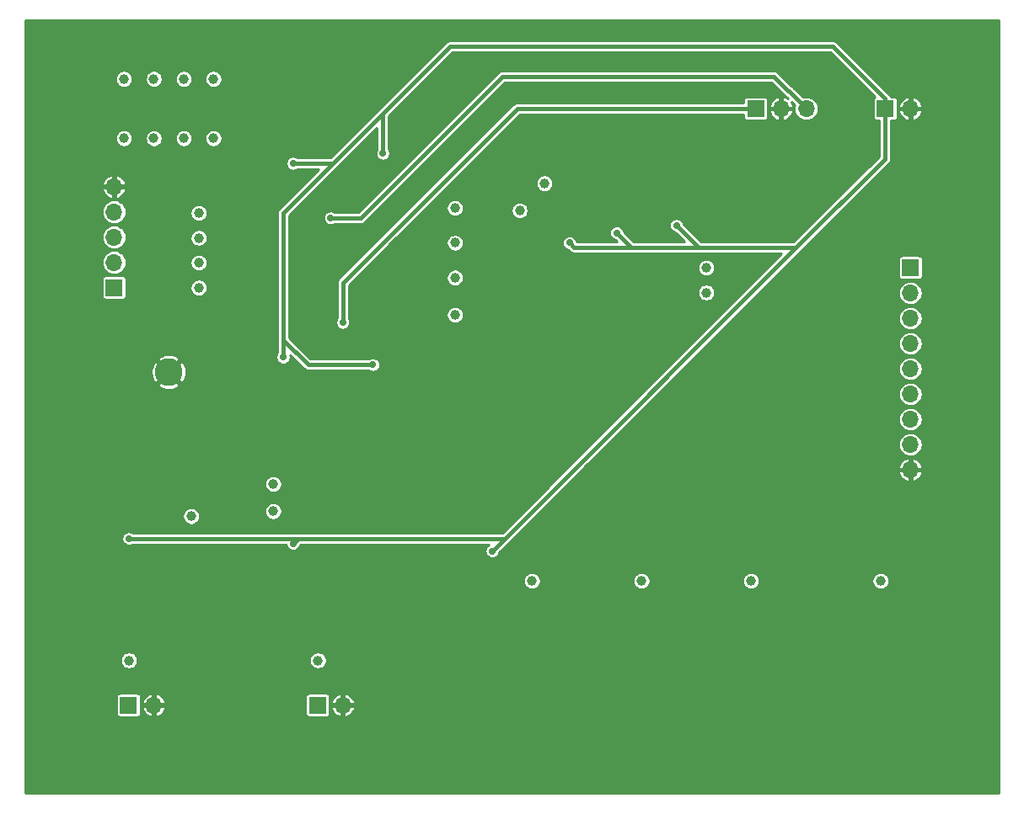
<source format=gbr>
G04 #@! TF.GenerationSoftware,KiCad,Pcbnew,5.1.4*
G04 #@! TF.CreationDate,2019-11-06T21:16:27-05:00*
G04 #@! TF.ProjectId,device-config-demo,64657669-6365-42d6-936f-6e6669672d64,rev?*
G04 #@! TF.SameCoordinates,Original*
G04 #@! TF.FileFunction,Copper,L2,Bot*
G04 #@! TF.FilePolarity,Positive*
%FSLAX46Y46*%
G04 Gerber Fmt 4.6, Leading zero omitted, Abs format (unit mm)*
G04 Created by KiCad (PCBNEW 5.1.4) date 2019-11-06 21:16:27*
%MOMM*%
%LPD*%
G04 APERTURE LIST*
%ADD10R,1.700000X1.700000*%
%ADD11O,1.700000X1.700000*%
%ADD12C,2.800000*%
%ADD13C,1.000000*%
%ADD14C,0.700000*%
%ADD15C,0.450000*%
%ADD16C,0.250000*%
G04 APERTURE END LIST*
D10*
X274460000Y-150000000D03*
D11*
X277000000Y-150000000D03*
X279540000Y-150000000D03*
D10*
X290000000Y-166000000D03*
D11*
X290000000Y-168540000D03*
X290000000Y-171080000D03*
X290000000Y-173620000D03*
X290000000Y-176160000D03*
X290000000Y-178700000D03*
X290000000Y-181240000D03*
X290000000Y-183780000D03*
X290000000Y-186320000D03*
D10*
X287460000Y-150000000D03*
D11*
X290000000Y-150000000D03*
X214000000Y-210000000D03*
D10*
X211460000Y-210000000D03*
X210000000Y-168000000D03*
D11*
X210000000Y-165460000D03*
X210000000Y-162920000D03*
X210000000Y-160380000D03*
X210000000Y-157840000D03*
D10*
X230460000Y-210000000D03*
D11*
X233000000Y-210000000D03*
D12*
X215500000Y-176500000D03*
D13*
X244250000Y-170750000D03*
X218500000Y-168000000D03*
X244250000Y-167000000D03*
X218500000Y-165500000D03*
X211500000Y-205500000D03*
X226000000Y-187750000D03*
X217750000Y-191000000D03*
X269500000Y-168500000D03*
X269500000Y-166000000D03*
X253250000Y-157500000D03*
X250750000Y-160250000D03*
X244250000Y-163500000D03*
X218500000Y-163000000D03*
X226000000Y-190500000D03*
X230500000Y-205500000D03*
X244250000Y-160000000D03*
X218500000Y-160500000D03*
X274000000Y-197500000D03*
X263000000Y-197500000D03*
X252000000Y-197500000D03*
X287000000Y-197500000D03*
X211000000Y-147000000D03*
X214000000Y-147000000D03*
X217000000Y-147000000D03*
X220000000Y-147000000D03*
X211000000Y-153000000D03*
X214000000Y-153000000D03*
X217000000Y-153000000D03*
X220000000Y-153000000D03*
D14*
X233000000Y-171500000D03*
X248750000Y-208750000D03*
X263750000Y-206750000D03*
X274750000Y-206750000D03*
X287750000Y-206750000D03*
X213500000Y-198000000D03*
X219973705Y-196286409D03*
X229750000Y-194250000D03*
X226500000Y-177000000D03*
X236500000Y-178000000D03*
X232250000Y-173250000D03*
X227750000Y-153500000D03*
X231250000Y-158500000D03*
X231500000Y-177500000D03*
X232750000Y-153250000D03*
X253976916Y-168314833D03*
X255750000Y-160500000D03*
X287500000Y-162000000D03*
X274500000Y-162000000D03*
X238000000Y-153000000D03*
X278750000Y-161500000D03*
X231750000Y-161000000D03*
X211500000Y-193250000D03*
X248000000Y-194500000D03*
X228000000Y-193750000D03*
X227000000Y-175000000D03*
X236000000Y-175750000D03*
X228000000Y-155500000D03*
X237000000Y-154500000D03*
X255750000Y-163500000D03*
X260500000Y-162500000D03*
X266500000Y-161750000D03*
D15*
X274460000Y-150000000D02*
X250500000Y-150000000D01*
X233000000Y-167500000D02*
X233000000Y-171500000D01*
X250500000Y-150000000D02*
X233000000Y-167500000D01*
X234750000Y-161000000D02*
X231750000Y-161000000D01*
X276250000Y-146750000D02*
X249000000Y-146750000D01*
X277790000Y-148250000D02*
X277750000Y-148250000D01*
X279540000Y-150000000D02*
X277790000Y-148250000D01*
X277750000Y-148250000D02*
X276250000Y-146750000D01*
X249000000Y-146750000D02*
X234750000Y-161000000D01*
X287460000Y-150000000D02*
X287460000Y-155039002D01*
X287460000Y-155039002D02*
X278499501Y-163999501D01*
X250749002Y-191750000D02*
X249249002Y-193250000D01*
X249249002Y-193250000D02*
X249249002Y-193250998D01*
X249249002Y-193250998D02*
X248000000Y-194500000D01*
X228500000Y-193250000D02*
X228000000Y-193750000D01*
X228750000Y-193250000D02*
X228500000Y-193250000D01*
X228750000Y-193250000D02*
X211500000Y-193250000D01*
X249249002Y-193250000D02*
X228750000Y-193250000D01*
X227000000Y-171500000D02*
X227000000Y-175000000D01*
X227000000Y-164750998D02*
X227000000Y-171500000D01*
X227000499Y-164750499D02*
X227000000Y-164750998D01*
X287460000Y-150000000D02*
X287460000Y-149000000D01*
X287460000Y-149000000D02*
X282210000Y-143750000D01*
X282210000Y-143750000D02*
X243750000Y-143750000D01*
X227000499Y-160499501D02*
X227000499Y-164750499D01*
X232000000Y-155500000D02*
X227000499Y-160499501D01*
X232000000Y-155500000D02*
X228000000Y-155500000D01*
X237000000Y-150500000D02*
X237000000Y-154500000D01*
X237000000Y-150500000D02*
X232000000Y-155500000D01*
X243750000Y-143750000D02*
X237000000Y-150500000D01*
X256249501Y-163999501D02*
X255750000Y-163500000D01*
X278499501Y-163999501D02*
X250749002Y-191750000D01*
X260849999Y-162849999D02*
X261999501Y-163999501D01*
X260500000Y-162500000D02*
X260849999Y-162849999D01*
X261999501Y-163999501D02*
X256249501Y-163999501D01*
X266850997Y-162099999D02*
X268750499Y-163999501D01*
X266849999Y-162099999D02*
X266850997Y-162099999D01*
X278499501Y-163999501D02*
X268750499Y-163999501D01*
X266500000Y-161750000D02*
X266849999Y-162099999D01*
X268750499Y-163999501D02*
X261999501Y-163999501D01*
X227000000Y-173250000D02*
X227000000Y-169750000D01*
X236000000Y-175750000D02*
X229500000Y-175750000D01*
X229500000Y-175750000D02*
X227000000Y-173250000D01*
D16*
G36*
X298875000Y-218875000D02*
G01*
X201125000Y-218875000D01*
X201125000Y-209150000D01*
X210233186Y-209150000D01*
X210233186Y-210850000D01*
X210240426Y-210923513D01*
X210261869Y-210994200D01*
X210296691Y-211059347D01*
X210343552Y-211116448D01*
X210400653Y-211163309D01*
X210465800Y-211198131D01*
X210536487Y-211219574D01*
X210610000Y-211226814D01*
X212310000Y-211226814D01*
X212383513Y-211219574D01*
X212454200Y-211198131D01*
X212519347Y-211163309D01*
X212576448Y-211116448D01*
X212623309Y-211059347D01*
X212658131Y-210994200D01*
X212679574Y-210923513D01*
X212686814Y-210850000D01*
X212686814Y-210314094D01*
X212815945Y-210314094D01*
X212899973Y-210539056D01*
X213026274Y-210743303D01*
X213189995Y-210918985D01*
X213384844Y-211059351D01*
X213603333Y-211159007D01*
X213685907Y-211184049D01*
X213875000Y-211124323D01*
X213875000Y-210125000D01*
X214125000Y-210125000D01*
X214125000Y-211124323D01*
X214314093Y-211184049D01*
X214396667Y-211159007D01*
X214615156Y-211059351D01*
X214810005Y-210918985D01*
X214973726Y-210743303D01*
X215100027Y-210539056D01*
X215184055Y-210314094D01*
X215124862Y-210125000D01*
X214125000Y-210125000D01*
X213875000Y-210125000D01*
X212875138Y-210125000D01*
X212815945Y-210314094D01*
X212686814Y-210314094D01*
X212686814Y-209685906D01*
X212815945Y-209685906D01*
X212875138Y-209875000D01*
X213875000Y-209875000D01*
X213875000Y-208875677D01*
X214125000Y-208875677D01*
X214125000Y-209875000D01*
X215124862Y-209875000D01*
X215184055Y-209685906D01*
X215100027Y-209460944D01*
X214973726Y-209256697D01*
X214874294Y-209150000D01*
X229233186Y-209150000D01*
X229233186Y-210850000D01*
X229240426Y-210923513D01*
X229261869Y-210994200D01*
X229296691Y-211059347D01*
X229343552Y-211116448D01*
X229400653Y-211163309D01*
X229465800Y-211198131D01*
X229536487Y-211219574D01*
X229610000Y-211226814D01*
X231310000Y-211226814D01*
X231383513Y-211219574D01*
X231454200Y-211198131D01*
X231519347Y-211163309D01*
X231576448Y-211116448D01*
X231623309Y-211059347D01*
X231658131Y-210994200D01*
X231679574Y-210923513D01*
X231686814Y-210850000D01*
X231686814Y-210314094D01*
X231815945Y-210314094D01*
X231899973Y-210539056D01*
X232026274Y-210743303D01*
X232189995Y-210918985D01*
X232384844Y-211059351D01*
X232603333Y-211159007D01*
X232685907Y-211184049D01*
X232875000Y-211124323D01*
X232875000Y-210125000D01*
X233125000Y-210125000D01*
X233125000Y-211124323D01*
X233314093Y-211184049D01*
X233396667Y-211159007D01*
X233615156Y-211059351D01*
X233810005Y-210918985D01*
X233973726Y-210743303D01*
X234100027Y-210539056D01*
X234184055Y-210314094D01*
X234124862Y-210125000D01*
X233125000Y-210125000D01*
X232875000Y-210125000D01*
X231875138Y-210125000D01*
X231815945Y-210314094D01*
X231686814Y-210314094D01*
X231686814Y-209685906D01*
X231815945Y-209685906D01*
X231875138Y-209875000D01*
X232875000Y-209875000D01*
X232875000Y-208875677D01*
X233125000Y-208875677D01*
X233125000Y-209875000D01*
X234124862Y-209875000D01*
X234184055Y-209685906D01*
X234100027Y-209460944D01*
X233973726Y-209256697D01*
X233810005Y-209081015D01*
X233615156Y-208940649D01*
X233396667Y-208840993D01*
X233314093Y-208815951D01*
X233125000Y-208875677D01*
X232875000Y-208875677D01*
X232685907Y-208815951D01*
X232603333Y-208840993D01*
X232384844Y-208940649D01*
X232189995Y-209081015D01*
X232026274Y-209256697D01*
X231899973Y-209460944D01*
X231815945Y-209685906D01*
X231686814Y-209685906D01*
X231686814Y-209150000D01*
X231679574Y-209076487D01*
X231658131Y-209005800D01*
X231623309Y-208940653D01*
X231576448Y-208883552D01*
X231519347Y-208836691D01*
X231454200Y-208801869D01*
X231383513Y-208780426D01*
X231310000Y-208773186D01*
X229610000Y-208773186D01*
X229536487Y-208780426D01*
X229465800Y-208801869D01*
X229400653Y-208836691D01*
X229343552Y-208883552D01*
X229296691Y-208940653D01*
X229261869Y-209005800D01*
X229240426Y-209076487D01*
X229233186Y-209150000D01*
X214874294Y-209150000D01*
X214810005Y-209081015D01*
X214615156Y-208940649D01*
X214396667Y-208840993D01*
X214314093Y-208815951D01*
X214125000Y-208875677D01*
X213875000Y-208875677D01*
X213685907Y-208815951D01*
X213603333Y-208840993D01*
X213384844Y-208940649D01*
X213189995Y-209081015D01*
X213026274Y-209256697D01*
X212899973Y-209460944D01*
X212815945Y-209685906D01*
X212686814Y-209685906D01*
X212686814Y-209150000D01*
X212679574Y-209076487D01*
X212658131Y-209005800D01*
X212623309Y-208940653D01*
X212576448Y-208883552D01*
X212519347Y-208836691D01*
X212454200Y-208801869D01*
X212383513Y-208780426D01*
X212310000Y-208773186D01*
X210610000Y-208773186D01*
X210536487Y-208780426D01*
X210465800Y-208801869D01*
X210400653Y-208836691D01*
X210343552Y-208883552D01*
X210296691Y-208940653D01*
X210261869Y-209005800D01*
X210240426Y-209076487D01*
X210233186Y-209150000D01*
X201125000Y-209150000D01*
X201125000Y-205413820D01*
X210625000Y-205413820D01*
X210625000Y-205586180D01*
X210658626Y-205755228D01*
X210724585Y-205914468D01*
X210820343Y-206057780D01*
X210942220Y-206179657D01*
X211085532Y-206275415D01*
X211244772Y-206341374D01*
X211413820Y-206375000D01*
X211586180Y-206375000D01*
X211755228Y-206341374D01*
X211914468Y-206275415D01*
X212057780Y-206179657D01*
X212179657Y-206057780D01*
X212275415Y-205914468D01*
X212341374Y-205755228D01*
X212375000Y-205586180D01*
X212375000Y-205413820D01*
X229625000Y-205413820D01*
X229625000Y-205586180D01*
X229658626Y-205755228D01*
X229724585Y-205914468D01*
X229820343Y-206057780D01*
X229942220Y-206179657D01*
X230085532Y-206275415D01*
X230244772Y-206341374D01*
X230413820Y-206375000D01*
X230586180Y-206375000D01*
X230755228Y-206341374D01*
X230914468Y-206275415D01*
X231057780Y-206179657D01*
X231179657Y-206057780D01*
X231275415Y-205914468D01*
X231341374Y-205755228D01*
X231375000Y-205586180D01*
X231375000Y-205413820D01*
X231341374Y-205244772D01*
X231275415Y-205085532D01*
X231179657Y-204942220D01*
X231057780Y-204820343D01*
X230914468Y-204724585D01*
X230755228Y-204658626D01*
X230586180Y-204625000D01*
X230413820Y-204625000D01*
X230244772Y-204658626D01*
X230085532Y-204724585D01*
X229942220Y-204820343D01*
X229820343Y-204942220D01*
X229724585Y-205085532D01*
X229658626Y-205244772D01*
X229625000Y-205413820D01*
X212375000Y-205413820D01*
X212341374Y-205244772D01*
X212275415Y-205085532D01*
X212179657Y-204942220D01*
X212057780Y-204820343D01*
X211914468Y-204724585D01*
X211755228Y-204658626D01*
X211586180Y-204625000D01*
X211413820Y-204625000D01*
X211244772Y-204658626D01*
X211085532Y-204724585D01*
X210942220Y-204820343D01*
X210820343Y-204942220D01*
X210724585Y-205085532D01*
X210658626Y-205244772D01*
X210625000Y-205413820D01*
X201125000Y-205413820D01*
X201125000Y-197413820D01*
X251125000Y-197413820D01*
X251125000Y-197586180D01*
X251158626Y-197755228D01*
X251224585Y-197914468D01*
X251320343Y-198057780D01*
X251442220Y-198179657D01*
X251585532Y-198275415D01*
X251744772Y-198341374D01*
X251913820Y-198375000D01*
X252086180Y-198375000D01*
X252255228Y-198341374D01*
X252414468Y-198275415D01*
X252557780Y-198179657D01*
X252679657Y-198057780D01*
X252775415Y-197914468D01*
X252841374Y-197755228D01*
X252875000Y-197586180D01*
X252875000Y-197413820D01*
X262125000Y-197413820D01*
X262125000Y-197586180D01*
X262158626Y-197755228D01*
X262224585Y-197914468D01*
X262320343Y-198057780D01*
X262442220Y-198179657D01*
X262585532Y-198275415D01*
X262744772Y-198341374D01*
X262913820Y-198375000D01*
X263086180Y-198375000D01*
X263255228Y-198341374D01*
X263414468Y-198275415D01*
X263557780Y-198179657D01*
X263679657Y-198057780D01*
X263775415Y-197914468D01*
X263841374Y-197755228D01*
X263875000Y-197586180D01*
X263875000Y-197413820D01*
X273125000Y-197413820D01*
X273125000Y-197586180D01*
X273158626Y-197755228D01*
X273224585Y-197914468D01*
X273320343Y-198057780D01*
X273442220Y-198179657D01*
X273585532Y-198275415D01*
X273744772Y-198341374D01*
X273913820Y-198375000D01*
X274086180Y-198375000D01*
X274255228Y-198341374D01*
X274414468Y-198275415D01*
X274557780Y-198179657D01*
X274679657Y-198057780D01*
X274775415Y-197914468D01*
X274841374Y-197755228D01*
X274875000Y-197586180D01*
X274875000Y-197413820D01*
X286125000Y-197413820D01*
X286125000Y-197586180D01*
X286158626Y-197755228D01*
X286224585Y-197914468D01*
X286320343Y-198057780D01*
X286442220Y-198179657D01*
X286585532Y-198275415D01*
X286744772Y-198341374D01*
X286913820Y-198375000D01*
X287086180Y-198375000D01*
X287255228Y-198341374D01*
X287414468Y-198275415D01*
X287557780Y-198179657D01*
X287679657Y-198057780D01*
X287775415Y-197914468D01*
X287841374Y-197755228D01*
X287875000Y-197586180D01*
X287875000Y-197413820D01*
X287841374Y-197244772D01*
X287775415Y-197085532D01*
X287679657Y-196942220D01*
X287557780Y-196820343D01*
X287414468Y-196724585D01*
X287255228Y-196658626D01*
X287086180Y-196625000D01*
X286913820Y-196625000D01*
X286744772Y-196658626D01*
X286585532Y-196724585D01*
X286442220Y-196820343D01*
X286320343Y-196942220D01*
X286224585Y-197085532D01*
X286158626Y-197244772D01*
X286125000Y-197413820D01*
X274875000Y-197413820D01*
X274841374Y-197244772D01*
X274775415Y-197085532D01*
X274679657Y-196942220D01*
X274557780Y-196820343D01*
X274414468Y-196724585D01*
X274255228Y-196658626D01*
X274086180Y-196625000D01*
X273913820Y-196625000D01*
X273744772Y-196658626D01*
X273585532Y-196724585D01*
X273442220Y-196820343D01*
X273320343Y-196942220D01*
X273224585Y-197085532D01*
X273158626Y-197244772D01*
X273125000Y-197413820D01*
X263875000Y-197413820D01*
X263841374Y-197244772D01*
X263775415Y-197085532D01*
X263679657Y-196942220D01*
X263557780Y-196820343D01*
X263414468Y-196724585D01*
X263255228Y-196658626D01*
X263086180Y-196625000D01*
X262913820Y-196625000D01*
X262744772Y-196658626D01*
X262585532Y-196724585D01*
X262442220Y-196820343D01*
X262320343Y-196942220D01*
X262224585Y-197085532D01*
X262158626Y-197244772D01*
X262125000Y-197413820D01*
X252875000Y-197413820D01*
X252841374Y-197244772D01*
X252775415Y-197085532D01*
X252679657Y-196942220D01*
X252557780Y-196820343D01*
X252414468Y-196724585D01*
X252255228Y-196658626D01*
X252086180Y-196625000D01*
X251913820Y-196625000D01*
X251744772Y-196658626D01*
X251585532Y-196724585D01*
X251442220Y-196820343D01*
X251320343Y-196942220D01*
X251224585Y-197085532D01*
X251158626Y-197244772D01*
X251125000Y-197413820D01*
X201125000Y-197413820D01*
X201125000Y-193178594D01*
X210775000Y-193178594D01*
X210775000Y-193321406D01*
X210802861Y-193461475D01*
X210857513Y-193593416D01*
X210936856Y-193712161D01*
X211037839Y-193813144D01*
X211156584Y-193892487D01*
X211288525Y-193947139D01*
X211428594Y-193975000D01*
X211571406Y-193975000D01*
X211711475Y-193947139D01*
X211843416Y-193892487D01*
X211907002Y-193850000D01*
X227280688Y-193850000D01*
X227302861Y-193961475D01*
X227357513Y-194093416D01*
X227436856Y-194212161D01*
X227537839Y-194313144D01*
X227656584Y-194392487D01*
X227788525Y-194447139D01*
X227928594Y-194475000D01*
X228071406Y-194475000D01*
X228211475Y-194447139D01*
X228343416Y-194392487D01*
X228462161Y-194313144D01*
X228563144Y-194212161D01*
X228642487Y-194093416D01*
X228697139Y-193961475D01*
X228712058Y-193886469D01*
X228748528Y-193850000D01*
X247674722Y-193850000D01*
X247656584Y-193857513D01*
X247537839Y-193936856D01*
X247436856Y-194037839D01*
X247357513Y-194156584D01*
X247302861Y-194288525D01*
X247275000Y-194428594D01*
X247275000Y-194571406D01*
X247302861Y-194711475D01*
X247357513Y-194843416D01*
X247436856Y-194962161D01*
X247537839Y-195063144D01*
X247656584Y-195142487D01*
X247788525Y-195197139D01*
X247928594Y-195225000D01*
X248071406Y-195225000D01*
X248211475Y-195197139D01*
X248343416Y-195142487D01*
X248462161Y-195063144D01*
X248563144Y-194962161D01*
X248642487Y-194843416D01*
X248697139Y-194711475D01*
X248712058Y-194636469D01*
X249652421Y-193696107D01*
X249675319Y-193677315D01*
X249698681Y-193648848D01*
X251194107Y-192153424D01*
X251194116Y-192153413D01*
X256713436Y-186634093D01*
X288815951Y-186634093D01*
X288840993Y-186716667D01*
X288940649Y-186935156D01*
X289081015Y-187130005D01*
X289256697Y-187293726D01*
X289460944Y-187420027D01*
X289685906Y-187504055D01*
X289875000Y-187444862D01*
X289875000Y-186445000D01*
X290125000Y-186445000D01*
X290125000Y-187444862D01*
X290314094Y-187504055D01*
X290539056Y-187420027D01*
X290743303Y-187293726D01*
X290918985Y-187130005D01*
X291059351Y-186935156D01*
X291159007Y-186716667D01*
X291184049Y-186634093D01*
X291124323Y-186445000D01*
X290125000Y-186445000D01*
X289875000Y-186445000D01*
X288875677Y-186445000D01*
X288815951Y-186634093D01*
X256713436Y-186634093D01*
X257341622Y-186005907D01*
X288815951Y-186005907D01*
X288875677Y-186195000D01*
X289875000Y-186195000D01*
X289875000Y-185195138D01*
X290125000Y-185195138D01*
X290125000Y-186195000D01*
X291124323Y-186195000D01*
X291184049Y-186005907D01*
X291159007Y-185923333D01*
X291059351Y-185704844D01*
X290918985Y-185509995D01*
X290743303Y-185346274D01*
X290539056Y-185219973D01*
X290314094Y-185135945D01*
X290125000Y-185195138D01*
X289875000Y-185195138D01*
X289685906Y-185135945D01*
X289460944Y-185219973D01*
X289256697Y-185346274D01*
X289081015Y-185509995D01*
X288940649Y-185704844D01*
X288840993Y-185923333D01*
X288815951Y-186005907D01*
X257341622Y-186005907D01*
X259567529Y-183780000D01*
X288769073Y-183780000D01*
X288792725Y-184020142D01*
X288862772Y-184251055D01*
X288976522Y-184463866D01*
X289129603Y-184650397D01*
X289316134Y-184803478D01*
X289528945Y-184917228D01*
X289759858Y-184987275D01*
X289939822Y-185005000D01*
X290060178Y-185005000D01*
X290240142Y-184987275D01*
X290471055Y-184917228D01*
X290683866Y-184803478D01*
X290870397Y-184650397D01*
X291023478Y-184463866D01*
X291137228Y-184251055D01*
X291207275Y-184020142D01*
X291230927Y-183780000D01*
X291207275Y-183539858D01*
X291137228Y-183308945D01*
X291023478Y-183096134D01*
X290870397Y-182909603D01*
X290683866Y-182756522D01*
X290471055Y-182642772D01*
X290240142Y-182572725D01*
X290060178Y-182555000D01*
X289939822Y-182555000D01*
X289759858Y-182572725D01*
X289528945Y-182642772D01*
X289316134Y-182756522D01*
X289129603Y-182909603D01*
X288976522Y-183096134D01*
X288862772Y-183308945D01*
X288792725Y-183539858D01*
X288769073Y-183780000D01*
X259567529Y-183780000D01*
X262107529Y-181240000D01*
X288769073Y-181240000D01*
X288792725Y-181480142D01*
X288862772Y-181711055D01*
X288976522Y-181923866D01*
X289129603Y-182110397D01*
X289316134Y-182263478D01*
X289528945Y-182377228D01*
X289759858Y-182447275D01*
X289939822Y-182465000D01*
X290060178Y-182465000D01*
X290240142Y-182447275D01*
X290471055Y-182377228D01*
X290683866Y-182263478D01*
X290870397Y-182110397D01*
X291023478Y-181923866D01*
X291137228Y-181711055D01*
X291207275Y-181480142D01*
X291230927Y-181240000D01*
X291207275Y-180999858D01*
X291137228Y-180768945D01*
X291023478Y-180556134D01*
X290870397Y-180369603D01*
X290683866Y-180216522D01*
X290471055Y-180102772D01*
X290240142Y-180032725D01*
X290060178Y-180015000D01*
X289939822Y-180015000D01*
X289759858Y-180032725D01*
X289528945Y-180102772D01*
X289316134Y-180216522D01*
X289129603Y-180369603D01*
X288976522Y-180556134D01*
X288862772Y-180768945D01*
X288792725Y-180999858D01*
X288769073Y-181240000D01*
X262107529Y-181240000D01*
X264647529Y-178700000D01*
X288769073Y-178700000D01*
X288792725Y-178940142D01*
X288862772Y-179171055D01*
X288976522Y-179383866D01*
X289129603Y-179570397D01*
X289316134Y-179723478D01*
X289528945Y-179837228D01*
X289759858Y-179907275D01*
X289939822Y-179925000D01*
X290060178Y-179925000D01*
X290240142Y-179907275D01*
X290471055Y-179837228D01*
X290683866Y-179723478D01*
X290870397Y-179570397D01*
X291023478Y-179383866D01*
X291137228Y-179171055D01*
X291207275Y-178940142D01*
X291230927Y-178700000D01*
X291207275Y-178459858D01*
X291137228Y-178228945D01*
X291023478Y-178016134D01*
X290870397Y-177829603D01*
X290683866Y-177676522D01*
X290471055Y-177562772D01*
X290240142Y-177492725D01*
X290060178Y-177475000D01*
X289939822Y-177475000D01*
X289759858Y-177492725D01*
X289528945Y-177562772D01*
X289316134Y-177676522D01*
X289129603Y-177829603D01*
X288976522Y-178016134D01*
X288862772Y-178228945D01*
X288792725Y-178459858D01*
X288769073Y-178700000D01*
X264647529Y-178700000D01*
X267187529Y-176160000D01*
X288769073Y-176160000D01*
X288792725Y-176400142D01*
X288862772Y-176631055D01*
X288976522Y-176843866D01*
X289129603Y-177030397D01*
X289316134Y-177183478D01*
X289528945Y-177297228D01*
X289759858Y-177367275D01*
X289939822Y-177385000D01*
X290060178Y-177385000D01*
X290240142Y-177367275D01*
X290471055Y-177297228D01*
X290683866Y-177183478D01*
X290870397Y-177030397D01*
X291023478Y-176843866D01*
X291137228Y-176631055D01*
X291207275Y-176400142D01*
X291230927Y-176160000D01*
X291207275Y-175919858D01*
X291137228Y-175688945D01*
X291023478Y-175476134D01*
X290870397Y-175289603D01*
X290683866Y-175136522D01*
X290471055Y-175022772D01*
X290240142Y-174952725D01*
X290060178Y-174935000D01*
X289939822Y-174935000D01*
X289759858Y-174952725D01*
X289528945Y-175022772D01*
X289316134Y-175136522D01*
X289129603Y-175289603D01*
X288976522Y-175476134D01*
X288862772Y-175688945D01*
X288792725Y-175919858D01*
X288769073Y-176160000D01*
X267187529Y-176160000D01*
X269727529Y-173620000D01*
X288769073Y-173620000D01*
X288792725Y-173860142D01*
X288862772Y-174091055D01*
X288976522Y-174303866D01*
X289129603Y-174490397D01*
X289316134Y-174643478D01*
X289528945Y-174757228D01*
X289759858Y-174827275D01*
X289939822Y-174845000D01*
X290060178Y-174845000D01*
X290240142Y-174827275D01*
X290471055Y-174757228D01*
X290683866Y-174643478D01*
X290870397Y-174490397D01*
X291023478Y-174303866D01*
X291137228Y-174091055D01*
X291207275Y-173860142D01*
X291230927Y-173620000D01*
X291207275Y-173379858D01*
X291137228Y-173148945D01*
X291023478Y-172936134D01*
X290870397Y-172749603D01*
X290683866Y-172596522D01*
X290471055Y-172482772D01*
X290240142Y-172412725D01*
X290060178Y-172395000D01*
X289939822Y-172395000D01*
X289759858Y-172412725D01*
X289528945Y-172482772D01*
X289316134Y-172596522D01*
X289129603Y-172749603D01*
X288976522Y-172936134D01*
X288862772Y-173148945D01*
X288792725Y-173379858D01*
X288769073Y-173620000D01*
X269727529Y-173620000D01*
X272267529Y-171080000D01*
X288769073Y-171080000D01*
X288792725Y-171320142D01*
X288862772Y-171551055D01*
X288976522Y-171763866D01*
X289129603Y-171950397D01*
X289316134Y-172103478D01*
X289528945Y-172217228D01*
X289759858Y-172287275D01*
X289939822Y-172305000D01*
X290060178Y-172305000D01*
X290240142Y-172287275D01*
X290471055Y-172217228D01*
X290683866Y-172103478D01*
X290870397Y-171950397D01*
X291023478Y-171763866D01*
X291137228Y-171551055D01*
X291207275Y-171320142D01*
X291230927Y-171080000D01*
X291207275Y-170839858D01*
X291137228Y-170608945D01*
X291023478Y-170396134D01*
X290870397Y-170209603D01*
X290683866Y-170056522D01*
X290471055Y-169942772D01*
X290240142Y-169872725D01*
X290060178Y-169855000D01*
X289939822Y-169855000D01*
X289759858Y-169872725D01*
X289528945Y-169942772D01*
X289316134Y-170056522D01*
X289129603Y-170209603D01*
X288976522Y-170396134D01*
X288862772Y-170608945D01*
X288792725Y-170839858D01*
X288769073Y-171080000D01*
X272267529Y-171080000D01*
X274807529Y-168540000D01*
X288769073Y-168540000D01*
X288792725Y-168780142D01*
X288862772Y-169011055D01*
X288976522Y-169223866D01*
X289129603Y-169410397D01*
X289316134Y-169563478D01*
X289528945Y-169677228D01*
X289759858Y-169747275D01*
X289939822Y-169765000D01*
X290060178Y-169765000D01*
X290240142Y-169747275D01*
X290471055Y-169677228D01*
X290683866Y-169563478D01*
X290870397Y-169410397D01*
X291023478Y-169223866D01*
X291137228Y-169011055D01*
X291207275Y-168780142D01*
X291230927Y-168540000D01*
X291207275Y-168299858D01*
X291137228Y-168068945D01*
X291023478Y-167856134D01*
X290870397Y-167669603D01*
X290683866Y-167516522D01*
X290471055Y-167402772D01*
X290240142Y-167332725D01*
X290060178Y-167315000D01*
X289939822Y-167315000D01*
X289759858Y-167332725D01*
X289528945Y-167402772D01*
X289316134Y-167516522D01*
X289129603Y-167669603D01*
X288976522Y-167856134D01*
X288862772Y-168068945D01*
X288792725Y-168299858D01*
X288769073Y-168540000D01*
X274807529Y-168540000D01*
X278197529Y-165150000D01*
X288773186Y-165150000D01*
X288773186Y-166850000D01*
X288780426Y-166923513D01*
X288801869Y-166994200D01*
X288836691Y-167059347D01*
X288883552Y-167116448D01*
X288940653Y-167163309D01*
X289005800Y-167198131D01*
X289076487Y-167219574D01*
X289150000Y-167226814D01*
X290850000Y-167226814D01*
X290923513Y-167219574D01*
X290994200Y-167198131D01*
X291059347Y-167163309D01*
X291116448Y-167116448D01*
X291163309Y-167059347D01*
X291198131Y-166994200D01*
X291219574Y-166923513D01*
X291226814Y-166850000D01*
X291226814Y-165150000D01*
X291219574Y-165076487D01*
X291198131Y-165005800D01*
X291163309Y-164940653D01*
X291116448Y-164883552D01*
X291059347Y-164836691D01*
X290994200Y-164801869D01*
X290923513Y-164780426D01*
X290850000Y-164773186D01*
X289150000Y-164773186D01*
X289076487Y-164780426D01*
X289005800Y-164801869D01*
X288940653Y-164836691D01*
X288883552Y-164883552D01*
X288836691Y-164940653D01*
X288801869Y-165005800D01*
X288780426Y-165076487D01*
X288773186Y-165150000D01*
X278197529Y-165150000D01*
X278902920Y-164444610D01*
X278925818Y-164425818D01*
X278944614Y-164402915D01*
X287863419Y-155484111D01*
X287886317Y-155465319D01*
X287961296Y-155373957D01*
X288017010Y-155269723D01*
X288051318Y-155156623D01*
X288060000Y-155068476D01*
X288062903Y-155039003D01*
X288060000Y-155009529D01*
X288060000Y-151226814D01*
X288310000Y-151226814D01*
X288383513Y-151219574D01*
X288454200Y-151198131D01*
X288519347Y-151163309D01*
X288576448Y-151116448D01*
X288623309Y-151059347D01*
X288658131Y-150994200D01*
X288679574Y-150923513D01*
X288686814Y-150850000D01*
X288686814Y-150314094D01*
X288815945Y-150314094D01*
X288899973Y-150539056D01*
X289026274Y-150743303D01*
X289189995Y-150918985D01*
X289384844Y-151059351D01*
X289603333Y-151159007D01*
X289685907Y-151184049D01*
X289875000Y-151124323D01*
X289875000Y-150125000D01*
X290125000Y-150125000D01*
X290125000Y-151124323D01*
X290314093Y-151184049D01*
X290396667Y-151159007D01*
X290615156Y-151059351D01*
X290810005Y-150918985D01*
X290973726Y-150743303D01*
X291100027Y-150539056D01*
X291184055Y-150314094D01*
X291124862Y-150125000D01*
X290125000Y-150125000D01*
X289875000Y-150125000D01*
X288875138Y-150125000D01*
X288815945Y-150314094D01*
X288686814Y-150314094D01*
X288686814Y-149685906D01*
X288815945Y-149685906D01*
X288875138Y-149875000D01*
X289875000Y-149875000D01*
X289875000Y-148875677D01*
X290125000Y-148875677D01*
X290125000Y-149875000D01*
X291124862Y-149875000D01*
X291184055Y-149685906D01*
X291100027Y-149460944D01*
X290973726Y-149256697D01*
X290810005Y-149081015D01*
X290615156Y-148940649D01*
X290396667Y-148840993D01*
X290314093Y-148815951D01*
X290125000Y-148875677D01*
X289875000Y-148875677D01*
X289685907Y-148815951D01*
X289603333Y-148840993D01*
X289384844Y-148940649D01*
X289189995Y-149081015D01*
X289026274Y-149256697D01*
X288899973Y-149460944D01*
X288815945Y-149685906D01*
X288686814Y-149685906D01*
X288686814Y-149150000D01*
X288679574Y-149076487D01*
X288658131Y-149005800D01*
X288623309Y-148940653D01*
X288576448Y-148883552D01*
X288519347Y-148836691D01*
X288454200Y-148801869D01*
X288383513Y-148780426D01*
X288310000Y-148773186D01*
X288018195Y-148773186D01*
X288017010Y-148769279D01*
X287961296Y-148665045D01*
X287886317Y-148573683D01*
X287863419Y-148554891D01*
X282655113Y-143346586D01*
X282636317Y-143323683D01*
X282544955Y-143248704D01*
X282440721Y-143192990D01*
X282327621Y-143158682D01*
X282239474Y-143150000D01*
X282210000Y-143147097D01*
X282180526Y-143150000D01*
X243779476Y-143150000D01*
X243750000Y-143147097D01*
X243632379Y-143158681D01*
X243519279Y-143192990D01*
X243415045Y-143248704D01*
X243323683Y-143323683D01*
X243304891Y-143346581D01*
X236596586Y-150054887D01*
X236573683Y-150073683D01*
X236554894Y-150096578D01*
X231751473Y-154900000D01*
X228407002Y-154900000D01*
X228343416Y-154857513D01*
X228211475Y-154802861D01*
X228071406Y-154775000D01*
X227928594Y-154775000D01*
X227788525Y-154802861D01*
X227656584Y-154857513D01*
X227537839Y-154936856D01*
X227436856Y-155037839D01*
X227357513Y-155156584D01*
X227302861Y-155288525D01*
X227275000Y-155428594D01*
X227275000Y-155571406D01*
X227302861Y-155711475D01*
X227357513Y-155843416D01*
X227436856Y-155962161D01*
X227537839Y-156063144D01*
X227656584Y-156142487D01*
X227788525Y-156197139D01*
X227928594Y-156225000D01*
X228071406Y-156225000D01*
X228211475Y-156197139D01*
X228343416Y-156142487D01*
X228407002Y-156100000D01*
X230551472Y-156100000D01*
X226597085Y-160054388D01*
X226574182Y-160073184D01*
X226499203Y-160164547D01*
X226443489Y-160268781D01*
X226423044Y-160336180D01*
X226409181Y-160381881D01*
X226397596Y-160499501D01*
X226400499Y-160528975D01*
X226400500Y-164716448D01*
X226397097Y-164750998D01*
X226400000Y-164780472D01*
X226400001Y-169720526D01*
X226400001Y-171470522D01*
X226400000Y-171470527D01*
X226400000Y-173220526D01*
X226397097Y-173250000D01*
X226400000Y-173279473D01*
X226400001Y-173279478D01*
X226400001Y-174592997D01*
X226357513Y-174656584D01*
X226302861Y-174788525D01*
X226275000Y-174928594D01*
X226275000Y-175071406D01*
X226302861Y-175211475D01*
X226357513Y-175343416D01*
X226436856Y-175462161D01*
X226537839Y-175563144D01*
X226656584Y-175642487D01*
X226788525Y-175697139D01*
X226928594Y-175725000D01*
X227071406Y-175725000D01*
X227211475Y-175697139D01*
X227343416Y-175642487D01*
X227462161Y-175563144D01*
X227563144Y-175462161D01*
X227642487Y-175343416D01*
X227697139Y-175211475D01*
X227725000Y-175071406D01*
X227725000Y-174928594D01*
X227698912Y-174797440D01*
X229054891Y-176153419D01*
X229073683Y-176176317D01*
X229165045Y-176251296D01*
X229269279Y-176307010D01*
X229382379Y-176341318D01*
X229500000Y-176352903D01*
X229529474Y-176350000D01*
X235592998Y-176350000D01*
X235656584Y-176392487D01*
X235788525Y-176447139D01*
X235928594Y-176475000D01*
X236071406Y-176475000D01*
X236211475Y-176447139D01*
X236343416Y-176392487D01*
X236462161Y-176313144D01*
X236563144Y-176212161D01*
X236642487Y-176093416D01*
X236697139Y-175961475D01*
X236725000Y-175821406D01*
X236725000Y-175678594D01*
X236697139Y-175538525D01*
X236642487Y-175406584D01*
X236563144Y-175287839D01*
X236462161Y-175186856D01*
X236343416Y-175107513D01*
X236211475Y-175052861D01*
X236071406Y-175025000D01*
X235928594Y-175025000D01*
X235788525Y-175052861D01*
X235656584Y-175107513D01*
X235592998Y-175150000D01*
X229748528Y-175150000D01*
X227600000Y-173001473D01*
X227600000Y-171428594D01*
X232275000Y-171428594D01*
X232275000Y-171571406D01*
X232302861Y-171711475D01*
X232357513Y-171843416D01*
X232436856Y-171962161D01*
X232537839Y-172063144D01*
X232656584Y-172142487D01*
X232788525Y-172197139D01*
X232928594Y-172225000D01*
X233071406Y-172225000D01*
X233211475Y-172197139D01*
X233343416Y-172142487D01*
X233462161Y-172063144D01*
X233563144Y-171962161D01*
X233642487Y-171843416D01*
X233697139Y-171711475D01*
X233725000Y-171571406D01*
X233725000Y-171428594D01*
X233697139Y-171288525D01*
X233642487Y-171156584D01*
X233600000Y-171092998D01*
X233600000Y-170663820D01*
X243375000Y-170663820D01*
X243375000Y-170836180D01*
X243408626Y-171005228D01*
X243474585Y-171164468D01*
X243570343Y-171307780D01*
X243692220Y-171429657D01*
X243835532Y-171525415D01*
X243994772Y-171591374D01*
X244163820Y-171625000D01*
X244336180Y-171625000D01*
X244505228Y-171591374D01*
X244664468Y-171525415D01*
X244807780Y-171429657D01*
X244929657Y-171307780D01*
X245025415Y-171164468D01*
X245091374Y-171005228D01*
X245125000Y-170836180D01*
X245125000Y-170663820D01*
X245091374Y-170494772D01*
X245025415Y-170335532D01*
X244929657Y-170192220D01*
X244807780Y-170070343D01*
X244664468Y-169974585D01*
X244505228Y-169908626D01*
X244336180Y-169875000D01*
X244163820Y-169875000D01*
X243994772Y-169908626D01*
X243835532Y-169974585D01*
X243692220Y-170070343D01*
X243570343Y-170192220D01*
X243474585Y-170335532D01*
X243408626Y-170494772D01*
X243375000Y-170663820D01*
X233600000Y-170663820D01*
X233600000Y-168413820D01*
X268625000Y-168413820D01*
X268625000Y-168586180D01*
X268658626Y-168755228D01*
X268724585Y-168914468D01*
X268820343Y-169057780D01*
X268942220Y-169179657D01*
X269085532Y-169275415D01*
X269244772Y-169341374D01*
X269413820Y-169375000D01*
X269586180Y-169375000D01*
X269755228Y-169341374D01*
X269914468Y-169275415D01*
X270057780Y-169179657D01*
X270179657Y-169057780D01*
X270275415Y-168914468D01*
X270341374Y-168755228D01*
X270375000Y-168586180D01*
X270375000Y-168413820D01*
X270341374Y-168244772D01*
X270275415Y-168085532D01*
X270179657Y-167942220D01*
X270057780Y-167820343D01*
X269914468Y-167724585D01*
X269755228Y-167658626D01*
X269586180Y-167625000D01*
X269413820Y-167625000D01*
X269244772Y-167658626D01*
X269085532Y-167724585D01*
X268942220Y-167820343D01*
X268820343Y-167942220D01*
X268724585Y-168085532D01*
X268658626Y-168244772D01*
X268625000Y-168413820D01*
X233600000Y-168413820D01*
X233600000Y-167748527D01*
X234434707Y-166913820D01*
X243375000Y-166913820D01*
X243375000Y-167086180D01*
X243408626Y-167255228D01*
X243474585Y-167414468D01*
X243570343Y-167557780D01*
X243692220Y-167679657D01*
X243835532Y-167775415D01*
X243994772Y-167841374D01*
X244163820Y-167875000D01*
X244336180Y-167875000D01*
X244505228Y-167841374D01*
X244664468Y-167775415D01*
X244807780Y-167679657D01*
X244929657Y-167557780D01*
X245025415Y-167414468D01*
X245091374Y-167255228D01*
X245125000Y-167086180D01*
X245125000Y-166913820D01*
X245091374Y-166744772D01*
X245025415Y-166585532D01*
X244929657Y-166442220D01*
X244807780Y-166320343D01*
X244664468Y-166224585D01*
X244505228Y-166158626D01*
X244336180Y-166125000D01*
X244163820Y-166125000D01*
X243994772Y-166158626D01*
X243835532Y-166224585D01*
X243692220Y-166320343D01*
X243570343Y-166442220D01*
X243474585Y-166585532D01*
X243408626Y-166744772D01*
X243375000Y-166913820D01*
X234434707Y-166913820D01*
X235434707Y-165913820D01*
X268625000Y-165913820D01*
X268625000Y-166086180D01*
X268658626Y-166255228D01*
X268724585Y-166414468D01*
X268820343Y-166557780D01*
X268942220Y-166679657D01*
X269085532Y-166775415D01*
X269244772Y-166841374D01*
X269413820Y-166875000D01*
X269586180Y-166875000D01*
X269755228Y-166841374D01*
X269914468Y-166775415D01*
X270057780Y-166679657D01*
X270179657Y-166557780D01*
X270275415Y-166414468D01*
X270341374Y-166255228D01*
X270375000Y-166086180D01*
X270375000Y-165913820D01*
X270341374Y-165744772D01*
X270275415Y-165585532D01*
X270179657Y-165442220D01*
X270057780Y-165320343D01*
X269914468Y-165224585D01*
X269755228Y-165158626D01*
X269586180Y-165125000D01*
X269413820Y-165125000D01*
X269244772Y-165158626D01*
X269085532Y-165224585D01*
X268942220Y-165320343D01*
X268820343Y-165442220D01*
X268724585Y-165585532D01*
X268658626Y-165744772D01*
X268625000Y-165913820D01*
X235434707Y-165913820D01*
X237934707Y-163413820D01*
X243375000Y-163413820D01*
X243375000Y-163586180D01*
X243408626Y-163755228D01*
X243474585Y-163914468D01*
X243570343Y-164057780D01*
X243692220Y-164179657D01*
X243835532Y-164275415D01*
X243994772Y-164341374D01*
X244163820Y-164375000D01*
X244336180Y-164375000D01*
X244505228Y-164341374D01*
X244664468Y-164275415D01*
X244807780Y-164179657D01*
X244929657Y-164057780D01*
X245025415Y-163914468D01*
X245091374Y-163755228D01*
X245125000Y-163586180D01*
X245125000Y-163413820D01*
X245091374Y-163244772D01*
X245025415Y-163085532D01*
X244929657Y-162942220D01*
X244807780Y-162820343D01*
X244664468Y-162724585D01*
X244505228Y-162658626D01*
X244336180Y-162625000D01*
X244163820Y-162625000D01*
X243994772Y-162658626D01*
X243835532Y-162724585D01*
X243692220Y-162820343D01*
X243570343Y-162942220D01*
X243474585Y-163085532D01*
X243408626Y-163244772D01*
X243375000Y-163413820D01*
X237934707Y-163413820D01*
X241434707Y-159913820D01*
X243375000Y-159913820D01*
X243375000Y-160086180D01*
X243408626Y-160255228D01*
X243474585Y-160414468D01*
X243570343Y-160557780D01*
X243692220Y-160679657D01*
X243835532Y-160775415D01*
X243994772Y-160841374D01*
X244163820Y-160875000D01*
X244336180Y-160875000D01*
X244505228Y-160841374D01*
X244664468Y-160775415D01*
X244807780Y-160679657D01*
X244929657Y-160557780D01*
X245025415Y-160414468D01*
X245091374Y-160255228D01*
X245109556Y-160163820D01*
X249875000Y-160163820D01*
X249875000Y-160336180D01*
X249908626Y-160505228D01*
X249974585Y-160664468D01*
X250070343Y-160807780D01*
X250192220Y-160929657D01*
X250335532Y-161025415D01*
X250494772Y-161091374D01*
X250663820Y-161125000D01*
X250836180Y-161125000D01*
X251005228Y-161091374D01*
X251164468Y-161025415D01*
X251307780Y-160929657D01*
X251429657Y-160807780D01*
X251525415Y-160664468D01*
X251591374Y-160505228D01*
X251625000Y-160336180D01*
X251625000Y-160163820D01*
X251591374Y-159994772D01*
X251525415Y-159835532D01*
X251429657Y-159692220D01*
X251307780Y-159570343D01*
X251164468Y-159474585D01*
X251005228Y-159408626D01*
X250836180Y-159375000D01*
X250663820Y-159375000D01*
X250494772Y-159408626D01*
X250335532Y-159474585D01*
X250192220Y-159570343D01*
X250070343Y-159692220D01*
X249974585Y-159835532D01*
X249908626Y-159994772D01*
X249875000Y-160163820D01*
X245109556Y-160163820D01*
X245125000Y-160086180D01*
X245125000Y-159913820D01*
X245091374Y-159744772D01*
X245025415Y-159585532D01*
X244929657Y-159442220D01*
X244807780Y-159320343D01*
X244664468Y-159224585D01*
X244505228Y-159158626D01*
X244336180Y-159125000D01*
X244163820Y-159125000D01*
X243994772Y-159158626D01*
X243835532Y-159224585D01*
X243692220Y-159320343D01*
X243570343Y-159442220D01*
X243474585Y-159585532D01*
X243408626Y-159744772D01*
X243375000Y-159913820D01*
X241434707Y-159913820D01*
X243934707Y-157413820D01*
X252375000Y-157413820D01*
X252375000Y-157586180D01*
X252408626Y-157755228D01*
X252474585Y-157914468D01*
X252570343Y-158057780D01*
X252692220Y-158179657D01*
X252835532Y-158275415D01*
X252994772Y-158341374D01*
X253163820Y-158375000D01*
X253336180Y-158375000D01*
X253505228Y-158341374D01*
X253664468Y-158275415D01*
X253807780Y-158179657D01*
X253929657Y-158057780D01*
X254025415Y-157914468D01*
X254091374Y-157755228D01*
X254125000Y-157586180D01*
X254125000Y-157413820D01*
X254091374Y-157244772D01*
X254025415Y-157085532D01*
X253929657Y-156942220D01*
X253807780Y-156820343D01*
X253664468Y-156724585D01*
X253505228Y-156658626D01*
X253336180Y-156625000D01*
X253163820Y-156625000D01*
X252994772Y-156658626D01*
X252835532Y-156724585D01*
X252692220Y-156820343D01*
X252570343Y-156942220D01*
X252474585Y-157085532D01*
X252408626Y-157244772D01*
X252375000Y-157413820D01*
X243934707Y-157413820D01*
X250748529Y-150600000D01*
X273233186Y-150600000D01*
X273233186Y-150850000D01*
X273240426Y-150923513D01*
X273261869Y-150994200D01*
X273296691Y-151059347D01*
X273343552Y-151116448D01*
X273400653Y-151163309D01*
X273465800Y-151198131D01*
X273536487Y-151219574D01*
X273610000Y-151226814D01*
X275310000Y-151226814D01*
X275383513Y-151219574D01*
X275454200Y-151198131D01*
X275519347Y-151163309D01*
X275576448Y-151116448D01*
X275623309Y-151059347D01*
X275658131Y-150994200D01*
X275679574Y-150923513D01*
X275686814Y-150850000D01*
X275686814Y-150314094D01*
X275815945Y-150314094D01*
X275899973Y-150539056D01*
X276026274Y-150743303D01*
X276189995Y-150918985D01*
X276384844Y-151059351D01*
X276603333Y-151159007D01*
X276685907Y-151184049D01*
X276875000Y-151124323D01*
X276875000Y-150125000D01*
X277125000Y-150125000D01*
X277125000Y-151124323D01*
X277314093Y-151184049D01*
X277396667Y-151159007D01*
X277615156Y-151059351D01*
X277810005Y-150918985D01*
X277973726Y-150743303D01*
X278100027Y-150539056D01*
X278184055Y-150314094D01*
X278124862Y-150125000D01*
X277125000Y-150125000D01*
X276875000Y-150125000D01*
X275875138Y-150125000D01*
X275815945Y-150314094D01*
X275686814Y-150314094D01*
X275686814Y-149685906D01*
X275815945Y-149685906D01*
X275875138Y-149875000D01*
X276875000Y-149875000D01*
X276875000Y-148875677D01*
X276685907Y-148815951D01*
X276603333Y-148840993D01*
X276384844Y-148940649D01*
X276189995Y-149081015D01*
X276026274Y-149256697D01*
X275899973Y-149460944D01*
X275815945Y-149685906D01*
X275686814Y-149685906D01*
X275686814Y-149150000D01*
X275679574Y-149076487D01*
X275658131Y-149005800D01*
X275623309Y-148940653D01*
X275576448Y-148883552D01*
X275519347Y-148836691D01*
X275454200Y-148801869D01*
X275383513Y-148780426D01*
X275310000Y-148773186D01*
X273610000Y-148773186D01*
X273536487Y-148780426D01*
X273465800Y-148801869D01*
X273400653Y-148836691D01*
X273343552Y-148883552D01*
X273296691Y-148940653D01*
X273261869Y-149005800D01*
X273240426Y-149076487D01*
X273233186Y-149150000D01*
X273233186Y-149400000D01*
X250529473Y-149400000D01*
X250499999Y-149397097D01*
X250382378Y-149408682D01*
X250348070Y-149419089D01*
X250269279Y-149442990D01*
X250165045Y-149498704D01*
X250073683Y-149573683D01*
X250054896Y-149596575D01*
X232596586Y-167054887D01*
X232573683Y-167073683D01*
X232498704Y-167165046D01*
X232442990Y-167269280D01*
X232408682Y-167382379D01*
X232408682Y-167382380D01*
X232397097Y-167500000D01*
X232400000Y-167529474D01*
X232400001Y-171092996D01*
X232357513Y-171156584D01*
X232302861Y-171288525D01*
X232275000Y-171428594D01*
X227600000Y-171428594D01*
X227600000Y-164785039D01*
X227600499Y-164779973D01*
X227603402Y-164750499D01*
X227600499Y-164721025D01*
X227600499Y-160928594D01*
X231025000Y-160928594D01*
X231025000Y-161071406D01*
X231052861Y-161211475D01*
X231107513Y-161343416D01*
X231186856Y-161462161D01*
X231287839Y-161563144D01*
X231406584Y-161642487D01*
X231538525Y-161697139D01*
X231678594Y-161725000D01*
X231821406Y-161725000D01*
X231961475Y-161697139D01*
X232093416Y-161642487D01*
X232157002Y-161600000D01*
X234720526Y-161600000D01*
X234750000Y-161602903D01*
X234779474Y-161600000D01*
X234867621Y-161591318D01*
X234980721Y-161557010D01*
X235084955Y-161501296D01*
X235176317Y-161426317D01*
X235195113Y-161403414D01*
X249248528Y-147350000D01*
X276001473Y-147350000D01*
X277304896Y-148653425D01*
X277323683Y-148676317D01*
X277415045Y-148751296D01*
X277474603Y-148783131D01*
X277675831Y-148984358D01*
X277615156Y-148940649D01*
X277396667Y-148840993D01*
X277314093Y-148815951D01*
X277125000Y-148875677D01*
X277125000Y-149875000D01*
X278124862Y-149875000D01*
X278184055Y-149685906D01*
X278100027Y-149460944D01*
X278015137Y-149323664D01*
X278360330Y-149668857D01*
X278332725Y-149759858D01*
X278309073Y-150000000D01*
X278332725Y-150240142D01*
X278402772Y-150471055D01*
X278516522Y-150683866D01*
X278669603Y-150870397D01*
X278856134Y-151023478D01*
X279068945Y-151137228D01*
X279299858Y-151207275D01*
X279479822Y-151225000D01*
X279600178Y-151225000D01*
X279780142Y-151207275D01*
X280011055Y-151137228D01*
X280223866Y-151023478D01*
X280410397Y-150870397D01*
X280563478Y-150683866D01*
X280677228Y-150471055D01*
X280747275Y-150240142D01*
X280770927Y-150000000D01*
X280747275Y-149759858D01*
X280677228Y-149528945D01*
X280563478Y-149316134D01*
X280410397Y-149129603D01*
X280223866Y-148976522D01*
X280011055Y-148862772D01*
X279780142Y-148792725D01*
X279600178Y-148775000D01*
X279479822Y-148775000D01*
X279299858Y-148792725D01*
X279208857Y-148820330D01*
X278235113Y-147846586D01*
X278216317Y-147823683D01*
X278124955Y-147748704D01*
X278065400Y-147716872D01*
X276695113Y-146346586D01*
X276676317Y-146323683D01*
X276584955Y-146248704D01*
X276480721Y-146192990D01*
X276367621Y-146158682D01*
X276279474Y-146150000D01*
X276250000Y-146147097D01*
X276220526Y-146150000D01*
X249029473Y-146150000D01*
X248999999Y-146147097D01*
X248882378Y-146158682D01*
X248848070Y-146169089D01*
X248769279Y-146192990D01*
X248665045Y-146248704D01*
X248573683Y-146323683D01*
X248554891Y-146346581D01*
X234501473Y-160400000D01*
X232157002Y-160400000D01*
X232093416Y-160357513D01*
X231961475Y-160302861D01*
X231821406Y-160275000D01*
X231678594Y-160275000D01*
X231538525Y-160302861D01*
X231406584Y-160357513D01*
X231287839Y-160436856D01*
X231186856Y-160537839D01*
X231107513Y-160656584D01*
X231052861Y-160788525D01*
X231025000Y-160928594D01*
X227600499Y-160928594D01*
X227600499Y-160748028D01*
X232403419Y-155945109D01*
X232426317Y-155926317D01*
X232445113Y-155903414D01*
X236400000Y-151948527D01*
X236400001Y-154092996D01*
X236357513Y-154156584D01*
X236302861Y-154288525D01*
X236275000Y-154428594D01*
X236275000Y-154571406D01*
X236302861Y-154711475D01*
X236357513Y-154843416D01*
X236436856Y-154962161D01*
X236537839Y-155063144D01*
X236656584Y-155142487D01*
X236788525Y-155197139D01*
X236928594Y-155225000D01*
X237071406Y-155225000D01*
X237211475Y-155197139D01*
X237343416Y-155142487D01*
X237462161Y-155063144D01*
X237563144Y-154962161D01*
X237642487Y-154843416D01*
X237697139Y-154711475D01*
X237725000Y-154571406D01*
X237725000Y-154428594D01*
X237697139Y-154288525D01*
X237642487Y-154156584D01*
X237600000Y-154092998D01*
X237600000Y-150748527D01*
X243998528Y-144350000D01*
X281961473Y-144350000D01*
X286431614Y-148820142D01*
X286400653Y-148836691D01*
X286343552Y-148883552D01*
X286296691Y-148940653D01*
X286261869Y-149005800D01*
X286240426Y-149076487D01*
X286233186Y-149150000D01*
X286233186Y-150850000D01*
X286240426Y-150923513D01*
X286261869Y-150994200D01*
X286296691Y-151059347D01*
X286343552Y-151116448D01*
X286400653Y-151163309D01*
X286465800Y-151198131D01*
X286536487Y-151219574D01*
X286610000Y-151226814D01*
X286860000Y-151226814D01*
X286860001Y-154790473D01*
X278250974Y-163399501D01*
X268999027Y-163399501D01*
X267296110Y-161696585D01*
X267277314Y-161673682D01*
X267248850Y-161650322D01*
X267212058Y-161613530D01*
X267197139Y-161538525D01*
X267142487Y-161406584D01*
X267063144Y-161287839D01*
X266962161Y-161186856D01*
X266843416Y-161107513D01*
X266711475Y-161052861D01*
X266571406Y-161025000D01*
X266428594Y-161025000D01*
X266288525Y-161052861D01*
X266156584Y-161107513D01*
X266037839Y-161186856D01*
X265936856Y-161287839D01*
X265857513Y-161406584D01*
X265802861Y-161538525D01*
X265775000Y-161678594D01*
X265775000Y-161821406D01*
X265802861Y-161961475D01*
X265857513Y-162093416D01*
X265936856Y-162212161D01*
X266037839Y-162313144D01*
X266156584Y-162392487D01*
X266288525Y-162447139D01*
X266363530Y-162462058D01*
X266404890Y-162503418D01*
X266423682Y-162526316D01*
X266452151Y-162549680D01*
X267301972Y-163399501D01*
X262248030Y-163399501D01*
X261295108Y-162446581D01*
X261295104Y-162446576D01*
X261212058Y-162363530D01*
X261197139Y-162288525D01*
X261142487Y-162156584D01*
X261063144Y-162037839D01*
X260962161Y-161936856D01*
X260843416Y-161857513D01*
X260711475Y-161802861D01*
X260571406Y-161775000D01*
X260428594Y-161775000D01*
X260288525Y-161802861D01*
X260156584Y-161857513D01*
X260037839Y-161936856D01*
X259936856Y-162037839D01*
X259857513Y-162156584D01*
X259802861Y-162288525D01*
X259775000Y-162428594D01*
X259775000Y-162571406D01*
X259802861Y-162711475D01*
X259857513Y-162843416D01*
X259936856Y-162962161D01*
X260037839Y-163063144D01*
X260156584Y-163142487D01*
X260288525Y-163197139D01*
X260363530Y-163212058D01*
X260446576Y-163295104D01*
X260446581Y-163295108D01*
X260550974Y-163399501D01*
X256498029Y-163399501D01*
X256462058Y-163363531D01*
X256447139Y-163288525D01*
X256392487Y-163156584D01*
X256313144Y-163037839D01*
X256212161Y-162936856D01*
X256093416Y-162857513D01*
X255961475Y-162802861D01*
X255821406Y-162775000D01*
X255678594Y-162775000D01*
X255538525Y-162802861D01*
X255406584Y-162857513D01*
X255287839Y-162936856D01*
X255186856Y-163037839D01*
X255107513Y-163156584D01*
X255052861Y-163288525D01*
X255025000Y-163428594D01*
X255025000Y-163571406D01*
X255052861Y-163711475D01*
X255107513Y-163843416D01*
X255186856Y-163962161D01*
X255287839Y-164063144D01*
X255406584Y-164142487D01*
X255538525Y-164197139D01*
X255613531Y-164212058D01*
X255804392Y-164402920D01*
X255823184Y-164425818D01*
X255914546Y-164500797D01*
X256018780Y-164556511D01*
X256127871Y-164589603D01*
X256131880Y-164590819D01*
X256249500Y-164602404D01*
X256278974Y-164599501D01*
X261970026Y-164599501D01*
X261999500Y-164602404D01*
X262028974Y-164599501D01*
X268721032Y-164599501D01*
X268750498Y-164602403D01*
X268779964Y-164599501D01*
X277050973Y-164599501D01*
X250345589Y-191304886D01*
X250345578Y-191304895D01*
X249000475Y-192650000D01*
X228529474Y-192650000D01*
X228500000Y-192647097D01*
X228470526Y-192650000D01*
X211907002Y-192650000D01*
X211843416Y-192607513D01*
X211711475Y-192552861D01*
X211571406Y-192525000D01*
X211428594Y-192525000D01*
X211288525Y-192552861D01*
X211156584Y-192607513D01*
X211037839Y-192686856D01*
X210936856Y-192787839D01*
X210857513Y-192906584D01*
X210802861Y-193038525D01*
X210775000Y-193178594D01*
X201125000Y-193178594D01*
X201125000Y-190913820D01*
X216875000Y-190913820D01*
X216875000Y-191086180D01*
X216908626Y-191255228D01*
X216974585Y-191414468D01*
X217070343Y-191557780D01*
X217192220Y-191679657D01*
X217335532Y-191775415D01*
X217494772Y-191841374D01*
X217663820Y-191875000D01*
X217836180Y-191875000D01*
X218005228Y-191841374D01*
X218164468Y-191775415D01*
X218307780Y-191679657D01*
X218429657Y-191557780D01*
X218525415Y-191414468D01*
X218591374Y-191255228D01*
X218625000Y-191086180D01*
X218625000Y-190913820D01*
X218591374Y-190744772D01*
X218525415Y-190585532D01*
X218429657Y-190442220D01*
X218401257Y-190413820D01*
X225125000Y-190413820D01*
X225125000Y-190586180D01*
X225158626Y-190755228D01*
X225224585Y-190914468D01*
X225320343Y-191057780D01*
X225442220Y-191179657D01*
X225585532Y-191275415D01*
X225744772Y-191341374D01*
X225913820Y-191375000D01*
X226086180Y-191375000D01*
X226255228Y-191341374D01*
X226414468Y-191275415D01*
X226557780Y-191179657D01*
X226679657Y-191057780D01*
X226775415Y-190914468D01*
X226841374Y-190755228D01*
X226875000Y-190586180D01*
X226875000Y-190413820D01*
X226841374Y-190244772D01*
X226775415Y-190085532D01*
X226679657Y-189942220D01*
X226557780Y-189820343D01*
X226414468Y-189724585D01*
X226255228Y-189658626D01*
X226086180Y-189625000D01*
X225913820Y-189625000D01*
X225744772Y-189658626D01*
X225585532Y-189724585D01*
X225442220Y-189820343D01*
X225320343Y-189942220D01*
X225224585Y-190085532D01*
X225158626Y-190244772D01*
X225125000Y-190413820D01*
X218401257Y-190413820D01*
X218307780Y-190320343D01*
X218164468Y-190224585D01*
X218005228Y-190158626D01*
X217836180Y-190125000D01*
X217663820Y-190125000D01*
X217494772Y-190158626D01*
X217335532Y-190224585D01*
X217192220Y-190320343D01*
X217070343Y-190442220D01*
X216974585Y-190585532D01*
X216908626Y-190744772D01*
X216875000Y-190913820D01*
X201125000Y-190913820D01*
X201125000Y-187663820D01*
X225125000Y-187663820D01*
X225125000Y-187836180D01*
X225158626Y-188005228D01*
X225224585Y-188164468D01*
X225320343Y-188307780D01*
X225442220Y-188429657D01*
X225585532Y-188525415D01*
X225744772Y-188591374D01*
X225913820Y-188625000D01*
X226086180Y-188625000D01*
X226255228Y-188591374D01*
X226414468Y-188525415D01*
X226557780Y-188429657D01*
X226679657Y-188307780D01*
X226775415Y-188164468D01*
X226841374Y-188005228D01*
X226875000Y-187836180D01*
X226875000Y-187663820D01*
X226841374Y-187494772D01*
X226775415Y-187335532D01*
X226679657Y-187192220D01*
X226557780Y-187070343D01*
X226414468Y-186974585D01*
X226255228Y-186908626D01*
X226086180Y-186875000D01*
X225913820Y-186875000D01*
X225744772Y-186908626D01*
X225585532Y-186974585D01*
X225442220Y-187070343D01*
X225320343Y-187192220D01*
X225224585Y-187335532D01*
X225158626Y-187494772D01*
X225125000Y-187663820D01*
X201125000Y-187663820D01*
X201125000Y-177780010D01*
X214396766Y-177780010D01*
X214555339Y-178012878D01*
X214868638Y-178168103D01*
X215206201Y-178259223D01*
X215555053Y-178282737D01*
X215901790Y-178237742D01*
X216233087Y-178125967D01*
X216444661Y-178012878D01*
X216603234Y-177780010D01*
X215500000Y-176676777D01*
X214396766Y-177780010D01*
X201125000Y-177780010D01*
X201125000Y-176555053D01*
X213717263Y-176555053D01*
X213762258Y-176901790D01*
X213874033Y-177233087D01*
X213987122Y-177444661D01*
X214219990Y-177603234D01*
X215323223Y-176500000D01*
X215676777Y-176500000D01*
X216780010Y-177603234D01*
X217012878Y-177444661D01*
X217168103Y-177131362D01*
X217259223Y-176793799D01*
X217282737Y-176444947D01*
X217237742Y-176098210D01*
X217125967Y-175766913D01*
X217012878Y-175555339D01*
X216780010Y-175396766D01*
X215676777Y-176500000D01*
X215323223Y-176500000D01*
X214219990Y-175396766D01*
X213987122Y-175555339D01*
X213831897Y-175868638D01*
X213740777Y-176206201D01*
X213717263Y-176555053D01*
X201125000Y-176555053D01*
X201125000Y-175219990D01*
X214396766Y-175219990D01*
X215500000Y-176323223D01*
X216603234Y-175219990D01*
X216444661Y-174987122D01*
X216131362Y-174831897D01*
X215793799Y-174740777D01*
X215444947Y-174717263D01*
X215098210Y-174762258D01*
X214766913Y-174874033D01*
X214555339Y-174987122D01*
X214396766Y-175219990D01*
X201125000Y-175219990D01*
X201125000Y-167150000D01*
X208773186Y-167150000D01*
X208773186Y-168850000D01*
X208780426Y-168923513D01*
X208801869Y-168994200D01*
X208836691Y-169059347D01*
X208883552Y-169116448D01*
X208940653Y-169163309D01*
X209005800Y-169198131D01*
X209076487Y-169219574D01*
X209150000Y-169226814D01*
X210850000Y-169226814D01*
X210923513Y-169219574D01*
X210994200Y-169198131D01*
X211059347Y-169163309D01*
X211116448Y-169116448D01*
X211163309Y-169059347D01*
X211198131Y-168994200D01*
X211219574Y-168923513D01*
X211226814Y-168850000D01*
X211226814Y-167913820D01*
X217625000Y-167913820D01*
X217625000Y-168086180D01*
X217658626Y-168255228D01*
X217724585Y-168414468D01*
X217820343Y-168557780D01*
X217942220Y-168679657D01*
X218085532Y-168775415D01*
X218244772Y-168841374D01*
X218413820Y-168875000D01*
X218586180Y-168875000D01*
X218755228Y-168841374D01*
X218914468Y-168775415D01*
X219057780Y-168679657D01*
X219179657Y-168557780D01*
X219275415Y-168414468D01*
X219341374Y-168255228D01*
X219375000Y-168086180D01*
X219375000Y-167913820D01*
X219341374Y-167744772D01*
X219275415Y-167585532D01*
X219179657Y-167442220D01*
X219057780Y-167320343D01*
X218914468Y-167224585D01*
X218755228Y-167158626D01*
X218586180Y-167125000D01*
X218413820Y-167125000D01*
X218244772Y-167158626D01*
X218085532Y-167224585D01*
X217942220Y-167320343D01*
X217820343Y-167442220D01*
X217724585Y-167585532D01*
X217658626Y-167744772D01*
X217625000Y-167913820D01*
X211226814Y-167913820D01*
X211226814Y-167150000D01*
X211219574Y-167076487D01*
X211198131Y-167005800D01*
X211163309Y-166940653D01*
X211116448Y-166883552D01*
X211059347Y-166836691D01*
X210994200Y-166801869D01*
X210923513Y-166780426D01*
X210850000Y-166773186D01*
X209150000Y-166773186D01*
X209076487Y-166780426D01*
X209005800Y-166801869D01*
X208940653Y-166836691D01*
X208883552Y-166883552D01*
X208836691Y-166940653D01*
X208801869Y-167005800D01*
X208780426Y-167076487D01*
X208773186Y-167150000D01*
X201125000Y-167150000D01*
X201125000Y-165460000D01*
X208769073Y-165460000D01*
X208792725Y-165700142D01*
X208862772Y-165931055D01*
X208976522Y-166143866D01*
X209129603Y-166330397D01*
X209316134Y-166483478D01*
X209528945Y-166597228D01*
X209759858Y-166667275D01*
X209939822Y-166685000D01*
X210060178Y-166685000D01*
X210240142Y-166667275D01*
X210471055Y-166597228D01*
X210683866Y-166483478D01*
X210870397Y-166330397D01*
X211023478Y-166143866D01*
X211137228Y-165931055D01*
X211207275Y-165700142D01*
X211230927Y-165460000D01*
X211226379Y-165413820D01*
X217625000Y-165413820D01*
X217625000Y-165586180D01*
X217658626Y-165755228D01*
X217724585Y-165914468D01*
X217820343Y-166057780D01*
X217942220Y-166179657D01*
X218085532Y-166275415D01*
X218244772Y-166341374D01*
X218413820Y-166375000D01*
X218586180Y-166375000D01*
X218755228Y-166341374D01*
X218914468Y-166275415D01*
X219057780Y-166179657D01*
X219179657Y-166057780D01*
X219275415Y-165914468D01*
X219341374Y-165755228D01*
X219375000Y-165586180D01*
X219375000Y-165413820D01*
X219341374Y-165244772D01*
X219275415Y-165085532D01*
X219179657Y-164942220D01*
X219057780Y-164820343D01*
X218914468Y-164724585D01*
X218755228Y-164658626D01*
X218586180Y-164625000D01*
X218413820Y-164625000D01*
X218244772Y-164658626D01*
X218085532Y-164724585D01*
X217942220Y-164820343D01*
X217820343Y-164942220D01*
X217724585Y-165085532D01*
X217658626Y-165244772D01*
X217625000Y-165413820D01*
X211226379Y-165413820D01*
X211207275Y-165219858D01*
X211137228Y-164988945D01*
X211023478Y-164776134D01*
X210870397Y-164589603D01*
X210683866Y-164436522D01*
X210471055Y-164322772D01*
X210240142Y-164252725D01*
X210060178Y-164235000D01*
X209939822Y-164235000D01*
X209759858Y-164252725D01*
X209528945Y-164322772D01*
X209316134Y-164436522D01*
X209129603Y-164589603D01*
X208976522Y-164776134D01*
X208862772Y-164988945D01*
X208792725Y-165219858D01*
X208769073Y-165460000D01*
X201125000Y-165460000D01*
X201125000Y-162920000D01*
X208769073Y-162920000D01*
X208792725Y-163160142D01*
X208862772Y-163391055D01*
X208976522Y-163603866D01*
X209129603Y-163790397D01*
X209316134Y-163943478D01*
X209528945Y-164057228D01*
X209759858Y-164127275D01*
X209939822Y-164145000D01*
X210060178Y-164145000D01*
X210240142Y-164127275D01*
X210471055Y-164057228D01*
X210683866Y-163943478D01*
X210870397Y-163790397D01*
X211023478Y-163603866D01*
X211137228Y-163391055D01*
X211207275Y-163160142D01*
X211230927Y-162920000D01*
X211230319Y-162913820D01*
X217625000Y-162913820D01*
X217625000Y-163086180D01*
X217658626Y-163255228D01*
X217724585Y-163414468D01*
X217820343Y-163557780D01*
X217942220Y-163679657D01*
X218085532Y-163775415D01*
X218244772Y-163841374D01*
X218413820Y-163875000D01*
X218586180Y-163875000D01*
X218755228Y-163841374D01*
X218914468Y-163775415D01*
X219057780Y-163679657D01*
X219179657Y-163557780D01*
X219275415Y-163414468D01*
X219341374Y-163255228D01*
X219375000Y-163086180D01*
X219375000Y-162913820D01*
X219341374Y-162744772D01*
X219275415Y-162585532D01*
X219179657Y-162442220D01*
X219057780Y-162320343D01*
X218914468Y-162224585D01*
X218755228Y-162158626D01*
X218586180Y-162125000D01*
X218413820Y-162125000D01*
X218244772Y-162158626D01*
X218085532Y-162224585D01*
X217942220Y-162320343D01*
X217820343Y-162442220D01*
X217724585Y-162585532D01*
X217658626Y-162744772D01*
X217625000Y-162913820D01*
X211230319Y-162913820D01*
X211207275Y-162679858D01*
X211137228Y-162448945D01*
X211023478Y-162236134D01*
X210870397Y-162049603D01*
X210683866Y-161896522D01*
X210471055Y-161782772D01*
X210240142Y-161712725D01*
X210060178Y-161695000D01*
X209939822Y-161695000D01*
X209759858Y-161712725D01*
X209528945Y-161782772D01*
X209316134Y-161896522D01*
X209129603Y-162049603D01*
X208976522Y-162236134D01*
X208862772Y-162448945D01*
X208792725Y-162679858D01*
X208769073Y-162920000D01*
X201125000Y-162920000D01*
X201125000Y-160380000D01*
X208769073Y-160380000D01*
X208792725Y-160620142D01*
X208862772Y-160851055D01*
X208976522Y-161063866D01*
X209129603Y-161250397D01*
X209316134Y-161403478D01*
X209528945Y-161517228D01*
X209759858Y-161587275D01*
X209939822Y-161605000D01*
X210060178Y-161605000D01*
X210240142Y-161587275D01*
X210471055Y-161517228D01*
X210683866Y-161403478D01*
X210870397Y-161250397D01*
X211023478Y-161063866D01*
X211137228Y-160851055D01*
X211207275Y-160620142D01*
X211227596Y-160413820D01*
X217625000Y-160413820D01*
X217625000Y-160586180D01*
X217658626Y-160755228D01*
X217724585Y-160914468D01*
X217820343Y-161057780D01*
X217942220Y-161179657D01*
X218085532Y-161275415D01*
X218244772Y-161341374D01*
X218413820Y-161375000D01*
X218586180Y-161375000D01*
X218755228Y-161341374D01*
X218914468Y-161275415D01*
X219057780Y-161179657D01*
X219179657Y-161057780D01*
X219275415Y-160914468D01*
X219341374Y-160755228D01*
X219375000Y-160586180D01*
X219375000Y-160413820D01*
X219341374Y-160244772D01*
X219275415Y-160085532D01*
X219179657Y-159942220D01*
X219057780Y-159820343D01*
X218914468Y-159724585D01*
X218755228Y-159658626D01*
X218586180Y-159625000D01*
X218413820Y-159625000D01*
X218244772Y-159658626D01*
X218085532Y-159724585D01*
X217942220Y-159820343D01*
X217820343Y-159942220D01*
X217724585Y-160085532D01*
X217658626Y-160244772D01*
X217625000Y-160413820D01*
X211227596Y-160413820D01*
X211230927Y-160380000D01*
X211207275Y-160139858D01*
X211137228Y-159908945D01*
X211023478Y-159696134D01*
X210870397Y-159509603D01*
X210683866Y-159356522D01*
X210471055Y-159242772D01*
X210240142Y-159172725D01*
X210060178Y-159155000D01*
X209939822Y-159155000D01*
X209759858Y-159172725D01*
X209528945Y-159242772D01*
X209316134Y-159356522D01*
X209129603Y-159509603D01*
X208976522Y-159696134D01*
X208862772Y-159908945D01*
X208792725Y-160139858D01*
X208769073Y-160380000D01*
X201125000Y-160380000D01*
X201125000Y-158154093D01*
X208815951Y-158154093D01*
X208840993Y-158236667D01*
X208940649Y-158455156D01*
X209081015Y-158650005D01*
X209256697Y-158813726D01*
X209460944Y-158940027D01*
X209685906Y-159024055D01*
X209875000Y-158964862D01*
X209875000Y-157965000D01*
X210125000Y-157965000D01*
X210125000Y-158964862D01*
X210314094Y-159024055D01*
X210539056Y-158940027D01*
X210743303Y-158813726D01*
X210918985Y-158650005D01*
X211059351Y-158455156D01*
X211159007Y-158236667D01*
X211184049Y-158154093D01*
X211124323Y-157965000D01*
X210125000Y-157965000D01*
X209875000Y-157965000D01*
X208875677Y-157965000D01*
X208815951Y-158154093D01*
X201125000Y-158154093D01*
X201125000Y-157525907D01*
X208815951Y-157525907D01*
X208875677Y-157715000D01*
X209875000Y-157715000D01*
X209875000Y-156715138D01*
X210125000Y-156715138D01*
X210125000Y-157715000D01*
X211124323Y-157715000D01*
X211184049Y-157525907D01*
X211159007Y-157443333D01*
X211059351Y-157224844D01*
X210918985Y-157029995D01*
X210743303Y-156866274D01*
X210539056Y-156739973D01*
X210314094Y-156655945D01*
X210125000Y-156715138D01*
X209875000Y-156715138D01*
X209685906Y-156655945D01*
X209460944Y-156739973D01*
X209256697Y-156866274D01*
X209081015Y-157029995D01*
X208940649Y-157224844D01*
X208840993Y-157443333D01*
X208815951Y-157525907D01*
X201125000Y-157525907D01*
X201125000Y-152913820D01*
X210125000Y-152913820D01*
X210125000Y-153086180D01*
X210158626Y-153255228D01*
X210224585Y-153414468D01*
X210320343Y-153557780D01*
X210442220Y-153679657D01*
X210585532Y-153775415D01*
X210744772Y-153841374D01*
X210913820Y-153875000D01*
X211086180Y-153875000D01*
X211255228Y-153841374D01*
X211414468Y-153775415D01*
X211557780Y-153679657D01*
X211679657Y-153557780D01*
X211775415Y-153414468D01*
X211841374Y-153255228D01*
X211875000Y-153086180D01*
X211875000Y-152913820D01*
X213125000Y-152913820D01*
X213125000Y-153086180D01*
X213158626Y-153255228D01*
X213224585Y-153414468D01*
X213320343Y-153557780D01*
X213442220Y-153679657D01*
X213585532Y-153775415D01*
X213744772Y-153841374D01*
X213913820Y-153875000D01*
X214086180Y-153875000D01*
X214255228Y-153841374D01*
X214414468Y-153775415D01*
X214557780Y-153679657D01*
X214679657Y-153557780D01*
X214775415Y-153414468D01*
X214841374Y-153255228D01*
X214875000Y-153086180D01*
X214875000Y-152913820D01*
X216125000Y-152913820D01*
X216125000Y-153086180D01*
X216158626Y-153255228D01*
X216224585Y-153414468D01*
X216320343Y-153557780D01*
X216442220Y-153679657D01*
X216585532Y-153775415D01*
X216744772Y-153841374D01*
X216913820Y-153875000D01*
X217086180Y-153875000D01*
X217255228Y-153841374D01*
X217414468Y-153775415D01*
X217557780Y-153679657D01*
X217679657Y-153557780D01*
X217775415Y-153414468D01*
X217841374Y-153255228D01*
X217875000Y-153086180D01*
X217875000Y-152913820D01*
X219125000Y-152913820D01*
X219125000Y-153086180D01*
X219158626Y-153255228D01*
X219224585Y-153414468D01*
X219320343Y-153557780D01*
X219442220Y-153679657D01*
X219585532Y-153775415D01*
X219744772Y-153841374D01*
X219913820Y-153875000D01*
X220086180Y-153875000D01*
X220255228Y-153841374D01*
X220414468Y-153775415D01*
X220557780Y-153679657D01*
X220679657Y-153557780D01*
X220775415Y-153414468D01*
X220841374Y-153255228D01*
X220875000Y-153086180D01*
X220875000Y-152913820D01*
X220841374Y-152744772D01*
X220775415Y-152585532D01*
X220679657Y-152442220D01*
X220557780Y-152320343D01*
X220414468Y-152224585D01*
X220255228Y-152158626D01*
X220086180Y-152125000D01*
X219913820Y-152125000D01*
X219744772Y-152158626D01*
X219585532Y-152224585D01*
X219442220Y-152320343D01*
X219320343Y-152442220D01*
X219224585Y-152585532D01*
X219158626Y-152744772D01*
X219125000Y-152913820D01*
X217875000Y-152913820D01*
X217841374Y-152744772D01*
X217775415Y-152585532D01*
X217679657Y-152442220D01*
X217557780Y-152320343D01*
X217414468Y-152224585D01*
X217255228Y-152158626D01*
X217086180Y-152125000D01*
X216913820Y-152125000D01*
X216744772Y-152158626D01*
X216585532Y-152224585D01*
X216442220Y-152320343D01*
X216320343Y-152442220D01*
X216224585Y-152585532D01*
X216158626Y-152744772D01*
X216125000Y-152913820D01*
X214875000Y-152913820D01*
X214841374Y-152744772D01*
X214775415Y-152585532D01*
X214679657Y-152442220D01*
X214557780Y-152320343D01*
X214414468Y-152224585D01*
X214255228Y-152158626D01*
X214086180Y-152125000D01*
X213913820Y-152125000D01*
X213744772Y-152158626D01*
X213585532Y-152224585D01*
X213442220Y-152320343D01*
X213320343Y-152442220D01*
X213224585Y-152585532D01*
X213158626Y-152744772D01*
X213125000Y-152913820D01*
X211875000Y-152913820D01*
X211841374Y-152744772D01*
X211775415Y-152585532D01*
X211679657Y-152442220D01*
X211557780Y-152320343D01*
X211414468Y-152224585D01*
X211255228Y-152158626D01*
X211086180Y-152125000D01*
X210913820Y-152125000D01*
X210744772Y-152158626D01*
X210585532Y-152224585D01*
X210442220Y-152320343D01*
X210320343Y-152442220D01*
X210224585Y-152585532D01*
X210158626Y-152744772D01*
X210125000Y-152913820D01*
X201125000Y-152913820D01*
X201125000Y-146913820D01*
X210125000Y-146913820D01*
X210125000Y-147086180D01*
X210158626Y-147255228D01*
X210224585Y-147414468D01*
X210320343Y-147557780D01*
X210442220Y-147679657D01*
X210585532Y-147775415D01*
X210744772Y-147841374D01*
X210913820Y-147875000D01*
X211086180Y-147875000D01*
X211255228Y-147841374D01*
X211414468Y-147775415D01*
X211557780Y-147679657D01*
X211679657Y-147557780D01*
X211775415Y-147414468D01*
X211841374Y-147255228D01*
X211875000Y-147086180D01*
X211875000Y-146913820D01*
X213125000Y-146913820D01*
X213125000Y-147086180D01*
X213158626Y-147255228D01*
X213224585Y-147414468D01*
X213320343Y-147557780D01*
X213442220Y-147679657D01*
X213585532Y-147775415D01*
X213744772Y-147841374D01*
X213913820Y-147875000D01*
X214086180Y-147875000D01*
X214255228Y-147841374D01*
X214414468Y-147775415D01*
X214557780Y-147679657D01*
X214679657Y-147557780D01*
X214775415Y-147414468D01*
X214841374Y-147255228D01*
X214875000Y-147086180D01*
X214875000Y-146913820D01*
X216125000Y-146913820D01*
X216125000Y-147086180D01*
X216158626Y-147255228D01*
X216224585Y-147414468D01*
X216320343Y-147557780D01*
X216442220Y-147679657D01*
X216585532Y-147775415D01*
X216744772Y-147841374D01*
X216913820Y-147875000D01*
X217086180Y-147875000D01*
X217255228Y-147841374D01*
X217414468Y-147775415D01*
X217557780Y-147679657D01*
X217679657Y-147557780D01*
X217775415Y-147414468D01*
X217841374Y-147255228D01*
X217875000Y-147086180D01*
X217875000Y-146913820D01*
X219125000Y-146913820D01*
X219125000Y-147086180D01*
X219158626Y-147255228D01*
X219224585Y-147414468D01*
X219320343Y-147557780D01*
X219442220Y-147679657D01*
X219585532Y-147775415D01*
X219744772Y-147841374D01*
X219913820Y-147875000D01*
X220086180Y-147875000D01*
X220255228Y-147841374D01*
X220414468Y-147775415D01*
X220557780Y-147679657D01*
X220679657Y-147557780D01*
X220775415Y-147414468D01*
X220841374Y-147255228D01*
X220875000Y-147086180D01*
X220875000Y-146913820D01*
X220841374Y-146744772D01*
X220775415Y-146585532D01*
X220679657Y-146442220D01*
X220557780Y-146320343D01*
X220414468Y-146224585D01*
X220255228Y-146158626D01*
X220086180Y-146125000D01*
X219913820Y-146125000D01*
X219744772Y-146158626D01*
X219585532Y-146224585D01*
X219442220Y-146320343D01*
X219320343Y-146442220D01*
X219224585Y-146585532D01*
X219158626Y-146744772D01*
X219125000Y-146913820D01*
X217875000Y-146913820D01*
X217841374Y-146744772D01*
X217775415Y-146585532D01*
X217679657Y-146442220D01*
X217557780Y-146320343D01*
X217414468Y-146224585D01*
X217255228Y-146158626D01*
X217086180Y-146125000D01*
X216913820Y-146125000D01*
X216744772Y-146158626D01*
X216585532Y-146224585D01*
X216442220Y-146320343D01*
X216320343Y-146442220D01*
X216224585Y-146585532D01*
X216158626Y-146744772D01*
X216125000Y-146913820D01*
X214875000Y-146913820D01*
X214841374Y-146744772D01*
X214775415Y-146585532D01*
X214679657Y-146442220D01*
X214557780Y-146320343D01*
X214414468Y-146224585D01*
X214255228Y-146158626D01*
X214086180Y-146125000D01*
X213913820Y-146125000D01*
X213744772Y-146158626D01*
X213585532Y-146224585D01*
X213442220Y-146320343D01*
X213320343Y-146442220D01*
X213224585Y-146585532D01*
X213158626Y-146744772D01*
X213125000Y-146913820D01*
X211875000Y-146913820D01*
X211841374Y-146744772D01*
X211775415Y-146585532D01*
X211679657Y-146442220D01*
X211557780Y-146320343D01*
X211414468Y-146224585D01*
X211255228Y-146158626D01*
X211086180Y-146125000D01*
X210913820Y-146125000D01*
X210744772Y-146158626D01*
X210585532Y-146224585D01*
X210442220Y-146320343D01*
X210320343Y-146442220D01*
X210224585Y-146585532D01*
X210158626Y-146744772D01*
X210125000Y-146913820D01*
X201125000Y-146913820D01*
X201125000Y-141125000D01*
X298875000Y-141125000D01*
X298875000Y-218875000D01*
X298875000Y-218875000D01*
G37*
X298875000Y-218875000D02*
X201125000Y-218875000D01*
X201125000Y-209150000D01*
X210233186Y-209150000D01*
X210233186Y-210850000D01*
X210240426Y-210923513D01*
X210261869Y-210994200D01*
X210296691Y-211059347D01*
X210343552Y-211116448D01*
X210400653Y-211163309D01*
X210465800Y-211198131D01*
X210536487Y-211219574D01*
X210610000Y-211226814D01*
X212310000Y-211226814D01*
X212383513Y-211219574D01*
X212454200Y-211198131D01*
X212519347Y-211163309D01*
X212576448Y-211116448D01*
X212623309Y-211059347D01*
X212658131Y-210994200D01*
X212679574Y-210923513D01*
X212686814Y-210850000D01*
X212686814Y-210314094D01*
X212815945Y-210314094D01*
X212899973Y-210539056D01*
X213026274Y-210743303D01*
X213189995Y-210918985D01*
X213384844Y-211059351D01*
X213603333Y-211159007D01*
X213685907Y-211184049D01*
X213875000Y-211124323D01*
X213875000Y-210125000D01*
X214125000Y-210125000D01*
X214125000Y-211124323D01*
X214314093Y-211184049D01*
X214396667Y-211159007D01*
X214615156Y-211059351D01*
X214810005Y-210918985D01*
X214973726Y-210743303D01*
X215100027Y-210539056D01*
X215184055Y-210314094D01*
X215124862Y-210125000D01*
X214125000Y-210125000D01*
X213875000Y-210125000D01*
X212875138Y-210125000D01*
X212815945Y-210314094D01*
X212686814Y-210314094D01*
X212686814Y-209685906D01*
X212815945Y-209685906D01*
X212875138Y-209875000D01*
X213875000Y-209875000D01*
X213875000Y-208875677D01*
X214125000Y-208875677D01*
X214125000Y-209875000D01*
X215124862Y-209875000D01*
X215184055Y-209685906D01*
X215100027Y-209460944D01*
X214973726Y-209256697D01*
X214874294Y-209150000D01*
X229233186Y-209150000D01*
X229233186Y-210850000D01*
X229240426Y-210923513D01*
X229261869Y-210994200D01*
X229296691Y-211059347D01*
X229343552Y-211116448D01*
X229400653Y-211163309D01*
X229465800Y-211198131D01*
X229536487Y-211219574D01*
X229610000Y-211226814D01*
X231310000Y-211226814D01*
X231383513Y-211219574D01*
X231454200Y-211198131D01*
X231519347Y-211163309D01*
X231576448Y-211116448D01*
X231623309Y-211059347D01*
X231658131Y-210994200D01*
X231679574Y-210923513D01*
X231686814Y-210850000D01*
X231686814Y-210314094D01*
X231815945Y-210314094D01*
X231899973Y-210539056D01*
X232026274Y-210743303D01*
X232189995Y-210918985D01*
X232384844Y-211059351D01*
X232603333Y-211159007D01*
X232685907Y-211184049D01*
X232875000Y-211124323D01*
X232875000Y-210125000D01*
X233125000Y-210125000D01*
X233125000Y-211124323D01*
X233314093Y-211184049D01*
X233396667Y-211159007D01*
X233615156Y-211059351D01*
X233810005Y-210918985D01*
X233973726Y-210743303D01*
X234100027Y-210539056D01*
X234184055Y-210314094D01*
X234124862Y-210125000D01*
X233125000Y-210125000D01*
X232875000Y-210125000D01*
X231875138Y-210125000D01*
X231815945Y-210314094D01*
X231686814Y-210314094D01*
X231686814Y-209685906D01*
X231815945Y-209685906D01*
X231875138Y-209875000D01*
X232875000Y-209875000D01*
X232875000Y-208875677D01*
X233125000Y-208875677D01*
X233125000Y-209875000D01*
X234124862Y-209875000D01*
X234184055Y-209685906D01*
X234100027Y-209460944D01*
X233973726Y-209256697D01*
X233810005Y-209081015D01*
X233615156Y-208940649D01*
X233396667Y-208840993D01*
X233314093Y-208815951D01*
X233125000Y-208875677D01*
X232875000Y-208875677D01*
X232685907Y-208815951D01*
X232603333Y-208840993D01*
X232384844Y-208940649D01*
X232189995Y-209081015D01*
X232026274Y-209256697D01*
X231899973Y-209460944D01*
X231815945Y-209685906D01*
X231686814Y-209685906D01*
X231686814Y-209150000D01*
X231679574Y-209076487D01*
X231658131Y-209005800D01*
X231623309Y-208940653D01*
X231576448Y-208883552D01*
X231519347Y-208836691D01*
X231454200Y-208801869D01*
X231383513Y-208780426D01*
X231310000Y-208773186D01*
X229610000Y-208773186D01*
X229536487Y-208780426D01*
X229465800Y-208801869D01*
X229400653Y-208836691D01*
X229343552Y-208883552D01*
X229296691Y-208940653D01*
X229261869Y-209005800D01*
X229240426Y-209076487D01*
X229233186Y-209150000D01*
X214874294Y-209150000D01*
X214810005Y-209081015D01*
X214615156Y-208940649D01*
X214396667Y-208840993D01*
X214314093Y-208815951D01*
X214125000Y-208875677D01*
X213875000Y-208875677D01*
X213685907Y-208815951D01*
X213603333Y-208840993D01*
X213384844Y-208940649D01*
X213189995Y-209081015D01*
X213026274Y-209256697D01*
X212899973Y-209460944D01*
X212815945Y-209685906D01*
X212686814Y-209685906D01*
X212686814Y-209150000D01*
X212679574Y-209076487D01*
X212658131Y-209005800D01*
X212623309Y-208940653D01*
X212576448Y-208883552D01*
X212519347Y-208836691D01*
X212454200Y-208801869D01*
X212383513Y-208780426D01*
X212310000Y-208773186D01*
X210610000Y-208773186D01*
X210536487Y-208780426D01*
X210465800Y-208801869D01*
X210400653Y-208836691D01*
X210343552Y-208883552D01*
X210296691Y-208940653D01*
X210261869Y-209005800D01*
X210240426Y-209076487D01*
X210233186Y-209150000D01*
X201125000Y-209150000D01*
X201125000Y-205413820D01*
X210625000Y-205413820D01*
X210625000Y-205586180D01*
X210658626Y-205755228D01*
X210724585Y-205914468D01*
X210820343Y-206057780D01*
X210942220Y-206179657D01*
X211085532Y-206275415D01*
X211244772Y-206341374D01*
X211413820Y-206375000D01*
X211586180Y-206375000D01*
X211755228Y-206341374D01*
X211914468Y-206275415D01*
X212057780Y-206179657D01*
X212179657Y-206057780D01*
X212275415Y-205914468D01*
X212341374Y-205755228D01*
X212375000Y-205586180D01*
X212375000Y-205413820D01*
X229625000Y-205413820D01*
X229625000Y-205586180D01*
X229658626Y-205755228D01*
X229724585Y-205914468D01*
X229820343Y-206057780D01*
X229942220Y-206179657D01*
X230085532Y-206275415D01*
X230244772Y-206341374D01*
X230413820Y-206375000D01*
X230586180Y-206375000D01*
X230755228Y-206341374D01*
X230914468Y-206275415D01*
X231057780Y-206179657D01*
X231179657Y-206057780D01*
X231275415Y-205914468D01*
X231341374Y-205755228D01*
X231375000Y-205586180D01*
X231375000Y-205413820D01*
X231341374Y-205244772D01*
X231275415Y-205085532D01*
X231179657Y-204942220D01*
X231057780Y-204820343D01*
X230914468Y-204724585D01*
X230755228Y-204658626D01*
X230586180Y-204625000D01*
X230413820Y-204625000D01*
X230244772Y-204658626D01*
X230085532Y-204724585D01*
X229942220Y-204820343D01*
X229820343Y-204942220D01*
X229724585Y-205085532D01*
X229658626Y-205244772D01*
X229625000Y-205413820D01*
X212375000Y-205413820D01*
X212341374Y-205244772D01*
X212275415Y-205085532D01*
X212179657Y-204942220D01*
X212057780Y-204820343D01*
X211914468Y-204724585D01*
X211755228Y-204658626D01*
X211586180Y-204625000D01*
X211413820Y-204625000D01*
X211244772Y-204658626D01*
X211085532Y-204724585D01*
X210942220Y-204820343D01*
X210820343Y-204942220D01*
X210724585Y-205085532D01*
X210658626Y-205244772D01*
X210625000Y-205413820D01*
X201125000Y-205413820D01*
X201125000Y-197413820D01*
X251125000Y-197413820D01*
X251125000Y-197586180D01*
X251158626Y-197755228D01*
X251224585Y-197914468D01*
X251320343Y-198057780D01*
X251442220Y-198179657D01*
X251585532Y-198275415D01*
X251744772Y-198341374D01*
X251913820Y-198375000D01*
X252086180Y-198375000D01*
X252255228Y-198341374D01*
X252414468Y-198275415D01*
X252557780Y-198179657D01*
X252679657Y-198057780D01*
X252775415Y-197914468D01*
X252841374Y-197755228D01*
X252875000Y-197586180D01*
X252875000Y-197413820D01*
X262125000Y-197413820D01*
X262125000Y-197586180D01*
X262158626Y-197755228D01*
X262224585Y-197914468D01*
X262320343Y-198057780D01*
X262442220Y-198179657D01*
X262585532Y-198275415D01*
X262744772Y-198341374D01*
X262913820Y-198375000D01*
X263086180Y-198375000D01*
X263255228Y-198341374D01*
X263414468Y-198275415D01*
X263557780Y-198179657D01*
X263679657Y-198057780D01*
X263775415Y-197914468D01*
X263841374Y-197755228D01*
X263875000Y-197586180D01*
X263875000Y-197413820D01*
X273125000Y-197413820D01*
X273125000Y-197586180D01*
X273158626Y-197755228D01*
X273224585Y-197914468D01*
X273320343Y-198057780D01*
X273442220Y-198179657D01*
X273585532Y-198275415D01*
X273744772Y-198341374D01*
X273913820Y-198375000D01*
X274086180Y-198375000D01*
X274255228Y-198341374D01*
X274414468Y-198275415D01*
X274557780Y-198179657D01*
X274679657Y-198057780D01*
X274775415Y-197914468D01*
X274841374Y-197755228D01*
X274875000Y-197586180D01*
X274875000Y-197413820D01*
X286125000Y-197413820D01*
X286125000Y-197586180D01*
X286158626Y-197755228D01*
X286224585Y-197914468D01*
X286320343Y-198057780D01*
X286442220Y-198179657D01*
X286585532Y-198275415D01*
X286744772Y-198341374D01*
X286913820Y-198375000D01*
X287086180Y-198375000D01*
X287255228Y-198341374D01*
X287414468Y-198275415D01*
X287557780Y-198179657D01*
X287679657Y-198057780D01*
X287775415Y-197914468D01*
X287841374Y-197755228D01*
X287875000Y-197586180D01*
X287875000Y-197413820D01*
X287841374Y-197244772D01*
X287775415Y-197085532D01*
X287679657Y-196942220D01*
X287557780Y-196820343D01*
X287414468Y-196724585D01*
X287255228Y-196658626D01*
X287086180Y-196625000D01*
X286913820Y-196625000D01*
X286744772Y-196658626D01*
X286585532Y-196724585D01*
X286442220Y-196820343D01*
X286320343Y-196942220D01*
X286224585Y-197085532D01*
X286158626Y-197244772D01*
X286125000Y-197413820D01*
X274875000Y-197413820D01*
X274841374Y-197244772D01*
X274775415Y-197085532D01*
X274679657Y-196942220D01*
X274557780Y-196820343D01*
X274414468Y-196724585D01*
X274255228Y-196658626D01*
X274086180Y-196625000D01*
X273913820Y-196625000D01*
X273744772Y-196658626D01*
X273585532Y-196724585D01*
X273442220Y-196820343D01*
X273320343Y-196942220D01*
X273224585Y-197085532D01*
X273158626Y-197244772D01*
X273125000Y-197413820D01*
X263875000Y-197413820D01*
X263841374Y-197244772D01*
X263775415Y-197085532D01*
X263679657Y-196942220D01*
X263557780Y-196820343D01*
X263414468Y-196724585D01*
X263255228Y-196658626D01*
X263086180Y-196625000D01*
X262913820Y-196625000D01*
X262744772Y-196658626D01*
X262585532Y-196724585D01*
X262442220Y-196820343D01*
X262320343Y-196942220D01*
X262224585Y-197085532D01*
X262158626Y-197244772D01*
X262125000Y-197413820D01*
X252875000Y-197413820D01*
X252841374Y-197244772D01*
X252775415Y-197085532D01*
X252679657Y-196942220D01*
X252557780Y-196820343D01*
X252414468Y-196724585D01*
X252255228Y-196658626D01*
X252086180Y-196625000D01*
X251913820Y-196625000D01*
X251744772Y-196658626D01*
X251585532Y-196724585D01*
X251442220Y-196820343D01*
X251320343Y-196942220D01*
X251224585Y-197085532D01*
X251158626Y-197244772D01*
X251125000Y-197413820D01*
X201125000Y-197413820D01*
X201125000Y-193178594D01*
X210775000Y-193178594D01*
X210775000Y-193321406D01*
X210802861Y-193461475D01*
X210857513Y-193593416D01*
X210936856Y-193712161D01*
X211037839Y-193813144D01*
X211156584Y-193892487D01*
X211288525Y-193947139D01*
X211428594Y-193975000D01*
X211571406Y-193975000D01*
X211711475Y-193947139D01*
X211843416Y-193892487D01*
X211907002Y-193850000D01*
X227280688Y-193850000D01*
X227302861Y-193961475D01*
X227357513Y-194093416D01*
X227436856Y-194212161D01*
X227537839Y-194313144D01*
X227656584Y-194392487D01*
X227788525Y-194447139D01*
X227928594Y-194475000D01*
X228071406Y-194475000D01*
X228211475Y-194447139D01*
X228343416Y-194392487D01*
X228462161Y-194313144D01*
X228563144Y-194212161D01*
X228642487Y-194093416D01*
X228697139Y-193961475D01*
X228712058Y-193886469D01*
X228748528Y-193850000D01*
X247674722Y-193850000D01*
X247656584Y-193857513D01*
X247537839Y-193936856D01*
X247436856Y-194037839D01*
X247357513Y-194156584D01*
X247302861Y-194288525D01*
X247275000Y-194428594D01*
X247275000Y-194571406D01*
X247302861Y-194711475D01*
X247357513Y-194843416D01*
X247436856Y-194962161D01*
X247537839Y-195063144D01*
X247656584Y-195142487D01*
X247788525Y-195197139D01*
X247928594Y-195225000D01*
X248071406Y-195225000D01*
X248211475Y-195197139D01*
X248343416Y-195142487D01*
X248462161Y-195063144D01*
X248563144Y-194962161D01*
X248642487Y-194843416D01*
X248697139Y-194711475D01*
X248712058Y-194636469D01*
X249652421Y-193696107D01*
X249675319Y-193677315D01*
X249698681Y-193648848D01*
X251194107Y-192153424D01*
X251194116Y-192153413D01*
X256713436Y-186634093D01*
X288815951Y-186634093D01*
X288840993Y-186716667D01*
X288940649Y-186935156D01*
X289081015Y-187130005D01*
X289256697Y-187293726D01*
X289460944Y-187420027D01*
X289685906Y-187504055D01*
X289875000Y-187444862D01*
X289875000Y-186445000D01*
X290125000Y-186445000D01*
X290125000Y-187444862D01*
X290314094Y-187504055D01*
X290539056Y-187420027D01*
X290743303Y-187293726D01*
X290918985Y-187130005D01*
X291059351Y-186935156D01*
X291159007Y-186716667D01*
X291184049Y-186634093D01*
X291124323Y-186445000D01*
X290125000Y-186445000D01*
X289875000Y-186445000D01*
X288875677Y-186445000D01*
X288815951Y-186634093D01*
X256713436Y-186634093D01*
X257341622Y-186005907D01*
X288815951Y-186005907D01*
X288875677Y-186195000D01*
X289875000Y-186195000D01*
X289875000Y-185195138D01*
X290125000Y-185195138D01*
X290125000Y-186195000D01*
X291124323Y-186195000D01*
X291184049Y-186005907D01*
X291159007Y-185923333D01*
X291059351Y-185704844D01*
X290918985Y-185509995D01*
X290743303Y-185346274D01*
X290539056Y-185219973D01*
X290314094Y-185135945D01*
X290125000Y-185195138D01*
X289875000Y-185195138D01*
X289685906Y-185135945D01*
X289460944Y-185219973D01*
X289256697Y-185346274D01*
X289081015Y-185509995D01*
X288940649Y-185704844D01*
X288840993Y-185923333D01*
X288815951Y-186005907D01*
X257341622Y-186005907D01*
X259567529Y-183780000D01*
X288769073Y-183780000D01*
X288792725Y-184020142D01*
X288862772Y-184251055D01*
X288976522Y-184463866D01*
X289129603Y-184650397D01*
X289316134Y-184803478D01*
X289528945Y-184917228D01*
X289759858Y-184987275D01*
X289939822Y-185005000D01*
X290060178Y-185005000D01*
X290240142Y-184987275D01*
X290471055Y-184917228D01*
X290683866Y-184803478D01*
X290870397Y-184650397D01*
X291023478Y-184463866D01*
X291137228Y-184251055D01*
X291207275Y-184020142D01*
X291230927Y-183780000D01*
X291207275Y-183539858D01*
X291137228Y-183308945D01*
X291023478Y-183096134D01*
X290870397Y-182909603D01*
X290683866Y-182756522D01*
X290471055Y-182642772D01*
X290240142Y-182572725D01*
X290060178Y-182555000D01*
X289939822Y-182555000D01*
X289759858Y-182572725D01*
X289528945Y-182642772D01*
X289316134Y-182756522D01*
X289129603Y-182909603D01*
X288976522Y-183096134D01*
X288862772Y-183308945D01*
X288792725Y-183539858D01*
X288769073Y-183780000D01*
X259567529Y-183780000D01*
X262107529Y-181240000D01*
X288769073Y-181240000D01*
X288792725Y-181480142D01*
X288862772Y-181711055D01*
X288976522Y-181923866D01*
X289129603Y-182110397D01*
X289316134Y-182263478D01*
X289528945Y-182377228D01*
X289759858Y-182447275D01*
X289939822Y-182465000D01*
X290060178Y-182465000D01*
X290240142Y-182447275D01*
X290471055Y-182377228D01*
X290683866Y-182263478D01*
X290870397Y-182110397D01*
X291023478Y-181923866D01*
X291137228Y-181711055D01*
X291207275Y-181480142D01*
X291230927Y-181240000D01*
X291207275Y-180999858D01*
X291137228Y-180768945D01*
X291023478Y-180556134D01*
X290870397Y-180369603D01*
X290683866Y-180216522D01*
X290471055Y-180102772D01*
X290240142Y-180032725D01*
X290060178Y-180015000D01*
X289939822Y-180015000D01*
X289759858Y-180032725D01*
X289528945Y-180102772D01*
X289316134Y-180216522D01*
X289129603Y-180369603D01*
X288976522Y-180556134D01*
X288862772Y-180768945D01*
X288792725Y-180999858D01*
X288769073Y-181240000D01*
X262107529Y-181240000D01*
X264647529Y-178700000D01*
X288769073Y-178700000D01*
X288792725Y-178940142D01*
X288862772Y-179171055D01*
X288976522Y-179383866D01*
X289129603Y-179570397D01*
X289316134Y-179723478D01*
X289528945Y-179837228D01*
X289759858Y-179907275D01*
X289939822Y-179925000D01*
X290060178Y-179925000D01*
X290240142Y-179907275D01*
X290471055Y-179837228D01*
X290683866Y-179723478D01*
X290870397Y-179570397D01*
X291023478Y-179383866D01*
X291137228Y-179171055D01*
X291207275Y-178940142D01*
X291230927Y-178700000D01*
X291207275Y-178459858D01*
X291137228Y-178228945D01*
X291023478Y-178016134D01*
X290870397Y-177829603D01*
X290683866Y-177676522D01*
X290471055Y-177562772D01*
X290240142Y-177492725D01*
X290060178Y-177475000D01*
X289939822Y-177475000D01*
X289759858Y-177492725D01*
X289528945Y-177562772D01*
X289316134Y-177676522D01*
X289129603Y-177829603D01*
X288976522Y-178016134D01*
X288862772Y-178228945D01*
X288792725Y-178459858D01*
X288769073Y-178700000D01*
X264647529Y-178700000D01*
X267187529Y-176160000D01*
X288769073Y-176160000D01*
X288792725Y-176400142D01*
X288862772Y-176631055D01*
X288976522Y-176843866D01*
X289129603Y-177030397D01*
X289316134Y-177183478D01*
X289528945Y-177297228D01*
X289759858Y-177367275D01*
X289939822Y-177385000D01*
X290060178Y-177385000D01*
X290240142Y-177367275D01*
X290471055Y-177297228D01*
X290683866Y-177183478D01*
X290870397Y-177030397D01*
X291023478Y-176843866D01*
X291137228Y-176631055D01*
X291207275Y-176400142D01*
X291230927Y-176160000D01*
X291207275Y-175919858D01*
X291137228Y-175688945D01*
X291023478Y-175476134D01*
X290870397Y-175289603D01*
X290683866Y-175136522D01*
X290471055Y-175022772D01*
X290240142Y-174952725D01*
X290060178Y-174935000D01*
X289939822Y-174935000D01*
X289759858Y-174952725D01*
X289528945Y-175022772D01*
X289316134Y-175136522D01*
X289129603Y-175289603D01*
X288976522Y-175476134D01*
X288862772Y-175688945D01*
X288792725Y-175919858D01*
X288769073Y-176160000D01*
X267187529Y-176160000D01*
X269727529Y-173620000D01*
X288769073Y-173620000D01*
X288792725Y-173860142D01*
X288862772Y-174091055D01*
X288976522Y-174303866D01*
X289129603Y-174490397D01*
X289316134Y-174643478D01*
X289528945Y-174757228D01*
X289759858Y-174827275D01*
X289939822Y-174845000D01*
X290060178Y-174845000D01*
X290240142Y-174827275D01*
X290471055Y-174757228D01*
X290683866Y-174643478D01*
X290870397Y-174490397D01*
X291023478Y-174303866D01*
X291137228Y-174091055D01*
X291207275Y-173860142D01*
X291230927Y-173620000D01*
X291207275Y-173379858D01*
X291137228Y-173148945D01*
X291023478Y-172936134D01*
X290870397Y-172749603D01*
X290683866Y-172596522D01*
X290471055Y-172482772D01*
X290240142Y-172412725D01*
X290060178Y-172395000D01*
X289939822Y-172395000D01*
X289759858Y-172412725D01*
X289528945Y-172482772D01*
X289316134Y-172596522D01*
X289129603Y-172749603D01*
X288976522Y-172936134D01*
X288862772Y-173148945D01*
X288792725Y-173379858D01*
X288769073Y-173620000D01*
X269727529Y-173620000D01*
X272267529Y-171080000D01*
X288769073Y-171080000D01*
X288792725Y-171320142D01*
X288862772Y-171551055D01*
X288976522Y-171763866D01*
X289129603Y-171950397D01*
X289316134Y-172103478D01*
X289528945Y-172217228D01*
X289759858Y-172287275D01*
X289939822Y-172305000D01*
X290060178Y-172305000D01*
X290240142Y-172287275D01*
X290471055Y-172217228D01*
X290683866Y-172103478D01*
X290870397Y-171950397D01*
X291023478Y-171763866D01*
X291137228Y-171551055D01*
X291207275Y-171320142D01*
X291230927Y-171080000D01*
X291207275Y-170839858D01*
X291137228Y-170608945D01*
X291023478Y-170396134D01*
X290870397Y-170209603D01*
X290683866Y-170056522D01*
X290471055Y-169942772D01*
X290240142Y-169872725D01*
X290060178Y-169855000D01*
X289939822Y-169855000D01*
X289759858Y-169872725D01*
X289528945Y-169942772D01*
X289316134Y-170056522D01*
X289129603Y-170209603D01*
X288976522Y-170396134D01*
X288862772Y-170608945D01*
X288792725Y-170839858D01*
X288769073Y-171080000D01*
X272267529Y-171080000D01*
X274807529Y-168540000D01*
X288769073Y-168540000D01*
X288792725Y-168780142D01*
X288862772Y-169011055D01*
X288976522Y-169223866D01*
X289129603Y-169410397D01*
X289316134Y-169563478D01*
X289528945Y-169677228D01*
X289759858Y-169747275D01*
X289939822Y-169765000D01*
X290060178Y-169765000D01*
X290240142Y-169747275D01*
X290471055Y-169677228D01*
X290683866Y-169563478D01*
X290870397Y-169410397D01*
X291023478Y-169223866D01*
X291137228Y-169011055D01*
X291207275Y-168780142D01*
X291230927Y-168540000D01*
X291207275Y-168299858D01*
X291137228Y-168068945D01*
X291023478Y-167856134D01*
X290870397Y-167669603D01*
X290683866Y-167516522D01*
X290471055Y-167402772D01*
X290240142Y-167332725D01*
X290060178Y-167315000D01*
X289939822Y-167315000D01*
X289759858Y-167332725D01*
X289528945Y-167402772D01*
X289316134Y-167516522D01*
X289129603Y-167669603D01*
X288976522Y-167856134D01*
X288862772Y-168068945D01*
X288792725Y-168299858D01*
X288769073Y-168540000D01*
X274807529Y-168540000D01*
X278197529Y-165150000D01*
X288773186Y-165150000D01*
X288773186Y-166850000D01*
X288780426Y-166923513D01*
X288801869Y-166994200D01*
X288836691Y-167059347D01*
X288883552Y-167116448D01*
X288940653Y-167163309D01*
X289005800Y-167198131D01*
X289076487Y-167219574D01*
X289150000Y-167226814D01*
X290850000Y-167226814D01*
X290923513Y-167219574D01*
X290994200Y-167198131D01*
X291059347Y-167163309D01*
X291116448Y-167116448D01*
X291163309Y-167059347D01*
X291198131Y-166994200D01*
X291219574Y-166923513D01*
X291226814Y-166850000D01*
X291226814Y-165150000D01*
X291219574Y-165076487D01*
X291198131Y-165005800D01*
X291163309Y-164940653D01*
X291116448Y-164883552D01*
X291059347Y-164836691D01*
X290994200Y-164801869D01*
X290923513Y-164780426D01*
X290850000Y-164773186D01*
X289150000Y-164773186D01*
X289076487Y-164780426D01*
X289005800Y-164801869D01*
X288940653Y-164836691D01*
X288883552Y-164883552D01*
X288836691Y-164940653D01*
X288801869Y-165005800D01*
X288780426Y-165076487D01*
X288773186Y-165150000D01*
X278197529Y-165150000D01*
X278902920Y-164444610D01*
X278925818Y-164425818D01*
X278944614Y-164402915D01*
X287863419Y-155484111D01*
X287886317Y-155465319D01*
X287961296Y-155373957D01*
X288017010Y-155269723D01*
X288051318Y-155156623D01*
X288060000Y-155068476D01*
X288062903Y-155039003D01*
X288060000Y-155009529D01*
X288060000Y-151226814D01*
X288310000Y-151226814D01*
X288383513Y-151219574D01*
X288454200Y-151198131D01*
X288519347Y-151163309D01*
X288576448Y-151116448D01*
X288623309Y-151059347D01*
X288658131Y-150994200D01*
X288679574Y-150923513D01*
X288686814Y-150850000D01*
X288686814Y-150314094D01*
X288815945Y-150314094D01*
X288899973Y-150539056D01*
X289026274Y-150743303D01*
X289189995Y-150918985D01*
X289384844Y-151059351D01*
X289603333Y-151159007D01*
X289685907Y-151184049D01*
X289875000Y-151124323D01*
X289875000Y-150125000D01*
X290125000Y-150125000D01*
X290125000Y-151124323D01*
X290314093Y-151184049D01*
X290396667Y-151159007D01*
X290615156Y-151059351D01*
X290810005Y-150918985D01*
X290973726Y-150743303D01*
X291100027Y-150539056D01*
X291184055Y-150314094D01*
X291124862Y-150125000D01*
X290125000Y-150125000D01*
X289875000Y-150125000D01*
X288875138Y-150125000D01*
X288815945Y-150314094D01*
X288686814Y-150314094D01*
X288686814Y-149685906D01*
X288815945Y-149685906D01*
X288875138Y-149875000D01*
X289875000Y-149875000D01*
X289875000Y-148875677D01*
X290125000Y-148875677D01*
X290125000Y-149875000D01*
X291124862Y-149875000D01*
X291184055Y-149685906D01*
X291100027Y-149460944D01*
X290973726Y-149256697D01*
X290810005Y-149081015D01*
X290615156Y-148940649D01*
X290396667Y-148840993D01*
X290314093Y-148815951D01*
X290125000Y-148875677D01*
X289875000Y-148875677D01*
X289685907Y-148815951D01*
X289603333Y-148840993D01*
X289384844Y-148940649D01*
X289189995Y-149081015D01*
X289026274Y-149256697D01*
X288899973Y-149460944D01*
X288815945Y-149685906D01*
X288686814Y-149685906D01*
X288686814Y-149150000D01*
X288679574Y-149076487D01*
X288658131Y-149005800D01*
X288623309Y-148940653D01*
X288576448Y-148883552D01*
X288519347Y-148836691D01*
X288454200Y-148801869D01*
X288383513Y-148780426D01*
X288310000Y-148773186D01*
X288018195Y-148773186D01*
X288017010Y-148769279D01*
X287961296Y-148665045D01*
X287886317Y-148573683D01*
X287863419Y-148554891D01*
X282655113Y-143346586D01*
X282636317Y-143323683D01*
X282544955Y-143248704D01*
X282440721Y-143192990D01*
X282327621Y-143158682D01*
X282239474Y-143150000D01*
X282210000Y-143147097D01*
X282180526Y-143150000D01*
X243779476Y-143150000D01*
X243750000Y-143147097D01*
X243632379Y-143158681D01*
X243519279Y-143192990D01*
X243415045Y-143248704D01*
X243323683Y-143323683D01*
X243304891Y-143346581D01*
X236596586Y-150054887D01*
X236573683Y-150073683D01*
X236554894Y-150096578D01*
X231751473Y-154900000D01*
X228407002Y-154900000D01*
X228343416Y-154857513D01*
X228211475Y-154802861D01*
X228071406Y-154775000D01*
X227928594Y-154775000D01*
X227788525Y-154802861D01*
X227656584Y-154857513D01*
X227537839Y-154936856D01*
X227436856Y-155037839D01*
X227357513Y-155156584D01*
X227302861Y-155288525D01*
X227275000Y-155428594D01*
X227275000Y-155571406D01*
X227302861Y-155711475D01*
X227357513Y-155843416D01*
X227436856Y-155962161D01*
X227537839Y-156063144D01*
X227656584Y-156142487D01*
X227788525Y-156197139D01*
X227928594Y-156225000D01*
X228071406Y-156225000D01*
X228211475Y-156197139D01*
X228343416Y-156142487D01*
X228407002Y-156100000D01*
X230551472Y-156100000D01*
X226597085Y-160054388D01*
X226574182Y-160073184D01*
X226499203Y-160164547D01*
X226443489Y-160268781D01*
X226423044Y-160336180D01*
X226409181Y-160381881D01*
X226397596Y-160499501D01*
X226400499Y-160528975D01*
X226400500Y-164716448D01*
X226397097Y-164750998D01*
X226400000Y-164780472D01*
X226400001Y-169720526D01*
X226400001Y-171470522D01*
X226400000Y-171470527D01*
X226400000Y-173220526D01*
X226397097Y-173250000D01*
X226400000Y-173279473D01*
X226400001Y-173279478D01*
X226400001Y-174592997D01*
X226357513Y-174656584D01*
X226302861Y-174788525D01*
X226275000Y-174928594D01*
X226275000Y-175071406D01*
X226302861Y-175211475D01*
X226357513Y-175343416D01*
X226436856Y-175462161D01*
X226537839Y-175563144D01*
X226656584Y-175642487D01*
X226788525Y-175697139D01*
X226928594Y-175725000D01*
X227071406Y-175725000D01*
X227211475Y-175697139D01*
X227343416Y-175642487D01*
X227462161Y-175563144D01*
X227563144Y-175462161D01*
X227642487Y-175343416D01*
X227697139Y-175211475D01*
X227725000Y-175071406D01*
X227725000Y-174928594D01*
X227698912Y-174797440D01*
X229054891Y-176153419D01*
X229073683Y-176176317D01*
X229165045Y-176251296D01*
X229269279Y-176307010D01*
X229382379Y-176341318D01*
X229500000Y-176352903D01*
X229529474Y-176350000D01*
X235592998Y-176350000D01*
X235656584Y-176392487D01*
X235788525Y-176447139D01*
X235928594Y-176475000D01*
X236071406Y-176475000D01*
X236211475Y-176447139D01*
X236343416Y-176392487D01*
X236462161Y-176313144D01*
X236563144Y-176212161D01*
X236642487Y-176093416D01*
X236697139Y-175961475D01*
X236725000Y-175821406D01*
X236725000Y-175678594D01*
X236697139Y-175538525D01*
X236642487Y-175406584D01*
X236563144Y-175287839D01*
X236462161Y-175186856D01*
X236343416Y-175107513D01*
X236211475Y-175052861D01*
X236071406Y-175025000D01*
X235928594Y-175025000D01*
X235788525Y-175052861D01*
X235656584Y-175107513D01*
X235592998Y-175150000D01*
X229748528Y-175150000D01*
X227600000Y-173001473D01*
X227600000Y-171428594D01*
X232275000Y-171428594D01*
X232275000Y-171571406D01*
X232302861Y-171711475D01*
X232357513Y-171843416D01*
X232436856Y-171962161D01*
X232537839Y-172063144D01*
X232656584Y-172142487D01*
X232788525Y-172197139D01*
X232928594Y-172225000D01*
X233071406Y-172225000D01*
X233211475Y-172197139D01*
X233343416Y-172142487D01*
X233462161Y-172063144D01*
X233563144Y-171962161D01*
X233642487Y-171843416D01*
X233697139Y-171711475D01*
X233725000Y-171571406D01*
X233725000Y-171428594D01*
X233697139Y-171288525D01*
X233642487Y-171156584D01*
X233600000Y-171092998D01*
X233600000Y-170663820D01*
X243375000Y-170663820D01*
X243375000Y-170836180D01*
X243408626Y-171005228D01*
X243474585Y-171164468D01*
X243570343Y-171307780D01*
X243692220Y-171429657D01*
X243835532Y-171525415D01*
X243994772Y-171591374D01*
X244163820Y-171625000D01*
X244336180Y-171625000D01*
X244505228Y-171591374D01*
X244664468Y-171525415D01*
X244807780Y-171429657D01*
X244929657Y-171307780D01*
X245025415Y-171164468D01*
X245091374Y-171005228D01*
X245125000Y-170836180D01*
X245125000Y-170663820D01*
X245091374Y-170494772D01*
X245025415Y-170335532D01*
X244929657Y-170192220D01*
X244807780Y-170070343D01*
X244664468Y-169974585D01*
X244505228Y-169908626D01*
X244336180Y-169875000D01*
X244163820Y-169875000D01*
X243994772Y-169908626D01*
X243835532Y-169974585D01*
X243692220Y-170070343D01*
X243570343Y-170192220D01*
X243474585Y-170335532D01*
X243408626Y-170494772D01*
X243375000Y-170663820D01*
X233600000Y-170663820D01*
X233600000Y-168413820D01*
X268625000Y-168413820D01*
X268625000Y-168586180D01*
X268658626Y-168755228D01*
X268724585Y-168914468D01*
X268820343Y-169057780D01*
X268942220Y-169179657D01*
X269085532Y-169275415D01*
X269244772Y-169341374D01*
X269413820Y-169375000D01*
X269586180Y-169375000D01*
X269755228Y-169341374D01*
X269914468Y-169275415D01*
X270057780Y-169179657D01*
X270179657Y-169057780D01*
X270275415Y-168914468D01*
X270341374Y-168755228D01*
X270375000Y-168586180D01*
X270375000Y-168413820D01*
X270341374Y-168244772D01*
X270275415Y-168085532D01*
X270179657Y-167942220D01*
X270057780Y-167820343D01*
X269914468Y-167724585D01*
X269755228Y-167658626D01*
X269586180Y-167625000D01*
X269413820Y-167625000D01*
X269244772Y-167658626D01*
X269085532Y-167724585D01*
X268942220Y-167820343D01*
X268820343Y-167942220D01*
X268724585Y-168085532D01*
X268658626Y-168244772D01*
X268625000Y-168413820D01*
X233600000Y-168413820D01*
X233600000Y-167748527D01*
X234434707Y-166913820D01*
X243375000Y-166913820D01*
X243375000Y-167086180D01*
X243408626Y-167255228D01*
X243474585Y-167414468D01*
X243570343Y-167557780D01*
X243692220Y-167679657D01*
X243835532Y-167775415D01*
X243994772Y-167841374D01*
X244163820Y-167875000D01*
X244336180Y-167875000D01*
X244505228Y-167841374D01*
X244664468Y-167775415D01*
X244807780Y-167679657D01*
X244929657Y-167557780D01*
X245025415Y-167414468D01*
X245091374Y-167255228D01*
X245125000Y-167086180D01*
X245125000Y-166913820D01*
X245091374Y-166744772D01*
X245025415Y-166585532D01*
X244929657Y-166442220D01*
X244807780Y-166320343D01*
X244664468Y-166224585D01*
X244505228Y-166158626D01*
X244336180Y-166125000D01*
X244163820Y-166125000D01*
X243994772Y-166158626D01*
X243835532Y-166224585D01*
X243692220Y-166320343D01*
X243570343Y-166442220D01*
X243474585Y-166585532D01*
X243408626Y-166744772D01*
X243375000Y-166913820D01*
X234434707Y-166913820D01*
X235434707Y-165913820D01*
X268625000Y-165913820D01*
X268625000Y-166086180D01*
X268658626Y-166255228D01*
X268724585Y-166414468D01*
X268820343Y-166557780D01*
X268942220Y-166679657D01*
X269085532Y-166775415D01*
X269244772Y-166841374D01*
X269413820Y-166875000D01*
X269586180Y-166875000D01*
X269755228Y-166841374D01*
X269914468Y-166775415D01*
X270057780Y-166679657D01*
X270179657Y-166557780D01*
X270275415Y-166414468D01*
X270341374Y-166255228D01*
X270375000Y-166086180D01*
X270375000Y-165913820D01*
X270341374Y-165744772D01*
X270275415Y-165585532D01*
X270179657Y-165442220D01*
X270057780Y-165320343D01*
X269914468Y-165224585D01*
X269755228Y-165158626D01*
X269586180Y-165125000D01*
X269413820Y-165125000D01*
X269244772Y-165158626D01*
X269085532Y-165224585D01*
X268942220Y-165320343D01*
X268820343Y-165442220D01*
X268724585Y-165585532D01*
X268658626Y-165744772D01*
X268625000Y-165913820D01*
X235434707Y-165913820D01*
X237934707Y-163413820D01*
X243375000Y-163413820D01*
X243375000Y-163586180D01*
X243408626Y-163755228D01*
X243474585Y-163914468D01*
X243570343Y-164057780D01*
X243692220Y-164179657D01*
X243835532Y-164275415D01*
X243994772Y-164341374D01*
X244163820Y-164375000D01*
X244336180Y-164375000D01*
X244505228Y-164341374D01*
X244664468Y-164275415D01*
X244807780Y-164179657D01*
X244929657Y-164057780D01*
X245025415Y-163914468D01*
X245091374Y-163755228D01*
X245125000Y-163586180D01*
X245125000Y-163413820D01*
X245091374Y-163244772D01*
X245025415Y-163085532D01*
X244929657Y-162942220D01*
X244807780Y-162820343D01*
X244664468Y-162724585D01*
X244505228Y-162658626D01*
X244336180Y-162625000D01*
X244163820Y-162625000D01*
X243994772Y-162658626D01*
X243835532Y-162724585D01*
X243692220Y-162820343D01*
X243570343Y-162942220D01*
X243474585Y-163085532D01*
X243408626Y-163244772D01*
X243375000Y-163413820D01*
X237934707Y-163413820D01*
X241434707Y-159913820D01*
X243375000Y-159913820D01*
X243375000Y-160086180D01*
X243408626Y-160255228D01*
X243474585Y-160414468D01*
X243570343Y-160557780D01*
X243692220Y-160679657D01*
X243835532Y-160775415D01*
X243994772Y-160841374D01*
X244163820Y-160875000D01*
X244336180Y-160875000D01*
X244505228Y-160841374D01*
X244664468Y-160775415D01*
X244807780Y-160679657D01*
X244929657Y-160557780D01*
X245025415Y-160414468D01*
X245091374Y-160255228D01*
X245109556Y-160163820D01*
X249875000Y-160163820D01*
X249875000Y-160336180D01*
X249908626Y-160505228D01*
X249974585Y-160664468D01*
X250070343Y-160807780D01*
X250192220Y-160929657D01*
X250335532Y-161025415D01*
X250494772Y-161091374D01*
X250663820Y-161125000D01*
X250836180Y-161125000D01*
X251005228Y-161091374D01*
X251164468Y-161025415D01*
X251307780Y-160929657D01*
X251429657Y-160807780D01*
X251525415Y-160664468D01*
X251591374Y-160505228D01*
X251625000Y-160336180D01*
X251625000Y-160163820D01*
X251591374Y-159994772D01*
X251525415Y-159835532D01*
X251429657Y-159692220D01*
X251307780Y-159570343D01*
X251164468Y-159474585D01*
X251005228Y-159408626D01*
X250836180Y-159375000D01*
X250663820Y-159375000D01*
X250494772Y-159408626D01*
X250335532Y-159474585D01*
X250192220Y-159570343D01*
X250070343Y-159692220D01*
X249974585Y-159835532D01*
X249908626Y-159994772D01*
X249875000Y-160163820D01*
X245109556Y-160163820D01*
X245125000Y-160086180D01*
X245125000Y-159913820D01*
X245091374Y-159744772D01*
X245025415Y-159585532D01*
X244929657Y-159442220D01*
X244807780Y-159320343D01*
X244664468Y-159224585D01*
X244505228Y-159158626D01*
X244336180Y-159125000D01*
X244163820Y-159125000D01*
X243994772Y-159158626D01*
X243835532Y-159224585D01*
X243692220Y-159320343D01*
X243570343Y-159442220D01*
X243474585Y-159585532D01*
X243408626Y-159744772D01*
X243375000Y-159913820D01*
X241434707Y-159913820D01*
X243934707Y-157413820D01*
X252375000Y-157413820D01*
X252375000Y-157586180D01*
X252408626Y-157755228D01*
X252474585Y-157914468D01*
X252570343Y-158057780D01*
X252692220Y-158179657D01*
X252835532Y-158275415D01*
X252994772Y-158341374D01*
X253163820Y-158375000D01*
X253336180Y-158375000D01*
X253505228Y-158341374D01*
X253664468Y-158275415D01*
X253807780Y-158179657D01*
X253929657Y-158057780D01*
X254025415Y-157914468D01*
X254091374Y-157755228D01*
X254125000Y-157586180D01*
X254125000Y-157413820D01*
X254091374Y-157244772D01*
X254025415Y-157085532D01*
X253929657Y-156942220D01*
X253807780Y-156820343D01*
X253664468Y-156724585D01*
X253505228Y-156658626D01*
X253336180Y-156625000D01*
X253163820Y-156625000D01*
X252994772Y-156658626D01*
X252835532Y-156724585D01*
X252692220Y-156820343D01*
X252570343Y-156942220D01*
X252474585Y-157085532D01*
X252408626Y-157244772D01*
X252375000Y-157413820D01*
X243934707Y-157413820D01*
X250748529Y-150600000D01*
X273233186Y-150600000D01*
X273233186Y-150850000D01*
X273240426Y-150923513D01*
X273261869Y-150994200D01*
X273296691Y-151059347D01*
X273343552Y-151116448D01*
X273400653Y-151163309D01*
X273465800Y-151198131D01*
X273536487Y-151219574D01*
X273610000Y-151226814D01*
X275310000Y-151226814D01*
X275383513Y-151219574D01*
X275454200Y-151198131D01*
X275519347Y-151163309D01*
X275576448Y-151116448D01*
X275623309Y-151059347D01*
X275658131Y-150994200D01*
X275679574Y-150923513D01*
X275686814Y-150850000D01*
X275686814Y-150314094D01*
X275815945Y-150314094D01*
X275899973Y-150539056D01*
X276026274Y-150743303D01*
X276189995Y-150918985D01*
X276384844Y-151059351D01*
X276603333Y-151159007D01*
X276685907Y-151184049D01*
X276875000Y-151124323D01*
X276875000Y-150125000D01*
X277125000Y-150125000D01*
X277125000Y-151124323D01*
X277314093Y-151184049D01*
X277396667Y-151159007D01*
X277615156Y-151059351D01*
X277810005Y-150918985D01*
X277973726Y-150743303D01*
X278100027Y-150539056D01*
X278184055Y-150314094D01*
X278124862Y-150125000D01*
X277125000Y-150125000D01*
X276875000Y-150125000D01*
X275875138Y-150125000D01*
X275815945Y-150314094D01*
X275686814Y-150314094D01*
X275686814Y-149685906D01*
X275815945Y-149685906D01*
X275875138Y-149875000D01*
X276875000Y-149875000D01*
X276875000Y-148875677D01*
X276685907Y-148815951D01*
X276603333Y-148840993D01*
X276384844Y-148940649D01*
X276189995Y-149081015D01*
X276026274Y-149256697D01*
X275899973Y-149460944D01*
X275815945Y-149685906D01*
X275686814Y-149685906D01*
X275686814Y-149150000D01*
X275679574Y-149076487D01*
X275658131Y-149005800D01*
X275623309Y-148940653D01*
X275576448Y-148883552D01*
X275519347Y-148836691D01*
X275454200Y-148801869D01*
X275383513Y-148780426D01*
X275310000Y-148773186D01*
X273610000Y-148773186D01*
X273536487Y-148780426D01*
X273465800Y-148801869D01*
X273400653Y-148836691D01*
X273343552Y-148883552D01*
X273296691Y-148940653D01*
X273261869Y-149005800D01*
X273240426Y-149076487D01*
X273233186Y-149150000D01*
X273233186Y-149400000D01*
X250529473Y-149400000D01*
X250499999Y-149397097D01*
X250382378Y-149408682D01*
X250348070Y-149419089D01*
X250269279Y-149442990D01*
X250165045Y-149498704D01*
X250073683Y-149573683D01*
X250054896Y-149596575D01*
X232596586Y-167054887D01*
X232573683Y-167073683D01*
X232498704Y-167165046D01*
X232442990Y-167269280D01*
X232408682Y-167382379D01*
X232408682Y-167382380D01*
X232397097Y-167500000D01*
X232400000Y-167529474D01*
X232400001Y-171092996D01*
X232357513Y-171156584D01*
X232302861Y-171288525D01*
X232275000Y-171428594D01*
X227600000Y-171428594D01*
X227600000Y-164785039D01*
X227600499Y-164779973D01*
X227603402Y-164750499D01*
X227600499Y-164721025D01*
X227600499Y-160928594D01*
X231025000Y-160928594D01*
X231025000Y-161071406D01*
X231052861Y-161211475D01*
X231107513Y-161343416D01*
X231186856Y-161462161D01*
X231287839Y-161563144D01*
X231406584Y-161642487D01*
X231538525Y-161697139D01*
X231678594Y-161725000D01*
X231821406Y-161725000D01*
X231961475Y-161697139D01*
X232093416Y-161642487D01*
X232157002Y-161600000D01*
X234720526Y-161600000D01*
X234750000Y-161602903D01*
X234779474Y-161600000D01*
X234867621Y-161591318D01*
X234980721Y-161557010D01*
X235084955Y-161501296D01*
X235176317Y-161426317D01*
X235195113Y-161403414D01*
X249248528Y-147350000D01*
X276001473Y-147350000D01*
X277304896Y-148653425D01*
X277323683Y-148676317D01*
X277415045Y-148751296D01*
X277474603Y-148783131D01*
X277675831Y-148984358D01*
X277615156Y-148940649D01*
X277396667Y-148840993D01*
X277314093Y-148815951D01*
X277125000Y-148875677D01*
X277125000Y-149875000D01*
X278124862Y-149875000D01*
X278184055Y-149685906D01*
X278100027Y-149460944D01*
X278015137Y-149323664D01*
X278360330Y-149668857D01*
X278332725Y-149759858D01*
X278309073Y-150000000D01*
X278332725Y-150240142D01*
X278402772Y-150471055D01*
X278516522Y-150683866D01*
X278669603Y-150870397D01*
X278856134Y-151023478D01*
X279068945Y-151137228D01*
X279299858Y-151207275D01*
X279479822Y-151225000D01*
X279600178Y-151225000D01*
X279780142Y-151207275D01*
X280011055Y-151137228D01*
X280223866Y-151023478D01*
X280410397Y-150870397D01*
X280563478Y-150683866D01*
X280677228Y-150471055D01*
X280747275Y-150240142D01*
X280770927Y-150000000D01*
X280747275Y-149759858D01*
X280677228Y-149528945D01*
X280563478Y-149316134D01*
X280410397Y-149129603D01*
X280223866Y-148976522D01*
X280011055Y-148862772D01*
X279780142Y-148792725D01*
X279600178Y-148775000D01*
X279479822Y-148775000D01*
X279299858Y-148792725D01*
X279208857Y-148820330D01*
X278235113Y-147846586D01*
X278216317Y-147823683D01*
X278124955Y-147748704D01*
X278065400Y-147716872D01*
X276695113Y-146346586D01*
X276676317Y-146323683D01*
X276584955Y-146248704D01*
X276480721Y-146192990D01*
X276367621Y-146158682D01*
X276279474Y-146150000D01*
X276250000Y-146147097D01*
X276220526Y-146150000D01*
X249029473Y-146150000D01*
X248999999Y-146147097D01*
X248882378Y-146158682D01*
X248848070Y-146169089D01*
X248769279Y-146192990D01*
X248665045Y-146248704D01*
X248573683Y-146323683D01*
X248554891Y-146346581D01*
X234501473Y-160400000D01*
X232157002Y-160400000D01*
X232093416Y-160357513D01*
X231961475Y-160302861D01*
X231821406Y-160275000D01*
X231678594Y-160275000D01*
X231538525Y-160302861D01*
X231406584Y-160357513D01*
X231287839Y-160436856D01*
X231186856Y-160537839D01*
X231107513Y-160656584D01*
X231052861Y-160788525D01*
X231025000Y-160928594D01*
X227600499Y-160928594D01*
X227600499Y-160748028D01*
X232403419Y-155945109D01*
X232426317Y-155926317D01*
X232445113Y-155903414D01*
X236400000Y-151948527D01*
X236400001Y-154092996D01*
X236357513Y-154156584D01*
X236302861Y-154288525D01*
X236275000Y-154428594D01*
X236275000Y-154571406D01*
X236302861Y-154711475D01*
X236357513Y-154843416D01*
X236436856Y-154962161D01*
X236537839Y-155063144D01*
X236656584Y-155142487D01*
X236788525Y-155197139D01*
X236928594Y-155225000D01*
X237071406Y-155225000D01*
X237211475Y-155197139D01*
X237343416Y-155142487D01*
X237462161Y-155063144D01*
X237563144Y-154962161D01*
X237642487Y-154843416D01*
X237697139Y-154711475D01*
X237725000Y-154571406D01*
X237725000Y-154428594D01*
X237697139Y-154288525D01*
X237642487Y-154156584D01*
X237600000Y-154092998D01*
X237600000Y-150748527D01*
X243998528Y-144350000D01*
X281961473Y-144350000D01*
X286431614Y-148820142D01*
X286400653Y-148836691D01*
X286343552Y-148883552D01*
X286296691Y-148940653D01*
X286261869Y-149005800D01*
X286240426Y-149076487D01*
X286233186Y-149150000D01*
X286233186Y-150850000D01*
X286240426Y-150923513D01*
X286261869Y-150994200D01*
X286296691Y-151059347D01*
X286343552Y-151116448D01*
X286400653Y-151163309D01*
X286465800Y-151198131D01*
X286536487Y-151219574D01*
X286610000Y-151226814D01*
X286860000Y-151226814D01*
X286860001Y-154790473D01*
X278250974Y-163399501D01*
X268999027Y-163399501D01*
X267296110Y-161696585D01*
X267277314Y-161673682D01*
X267248850Y-161650322D01*
X267212058Y-161613530D01*
X267197139Y-161538525D01*
X267142487Y-161406584D01*
X267063144Y-161287839D01*
X266962161Y-161186856D01*
X266843416Y-161107513D01*
X266711475Y-161052861D01*
X266571406Y-161025000D01*
X266428594Y-161025000D01*
X266288525Y-161052861D01*
X266156584Y-161107513D01*
X266037839Y-161186856D01*
X265936856Y-161287839D01*
X265857513Y-161406584D01*
X265802861Y-161538525D01*
X265775000Y-161678594D01*
X265775000Y-161821406D01*
X265802861Y-161961475D01*
X265857513Y-162093416D01*
X265936856Y-162212161D01*
X266037839Y-162313144D01*
X266156584Y-162392487D01*
X266288525Y-162447139D01*
X266363530Y-162462058D01*
X266404890Y-162503418D01*
X266423682Y-162526316D01*
X266452151Y-162549680D01*
X267301972Y-163399501D01*
X262248030Y-163399501D01*
X261295108Y-162446581D01*
X261295104Y-162446576D01*
X261212058Y-162363530D01*
X261197139Y-162288525D01*
X261142487Y-162156584D01*
X261063144Y-162037839D01*
X260962161Y-161936856D01*
X260843416Y-161857513D01*
X260711475Y-161802861D01*
X260571406Y-161775000D01*
X260428594Y-161775000D01*
X260288525Y-161802861D01*
X260156584Y-161857513D01*
X260037839Y-161936856D01*
X259936856Y-162037839D01*
X259857513Y-162156584D01*
X259802861Y-162288525D01*
X259775000Y-162428594D01*
X259775000Y-162571406D01*
X259802861Y-162711475D01*
X259857513Y-162843416D01*
X259936856Y-162962161D01*
X260037839Y-163063144D01*
X260156584Y-163142487D01*
X260288525Y-163197139D01*
X260363530Y-163212058D01*
X260446576Y-163295104D01*
X260446581Y-163295108D01*
X260550974Y-163399501D01*
X256498029Y-163399501D01*
X256462058Y-163363531D01*
X256447139Y-163288525D01*
X256392487Y-163156584D01*
X256313144Y-163037839D01*
X256212161Y-162936856D01*
X256093416Y-162857513D01*
X255961475Y-162802861D01*
X255821406Y-162775000D01*
X255678594Y-162775000D01*
X255538525Y-162802861D01*
X255406584Y-162857513D01*
X255287839Y-162936856D01*
X255186856Y-163037839D01*
X255107513Y-163156584D01*
X255052861Y-163288525D01*
X255025000Y-163428594D01*
X255025000Y-163571406D01*
X255052861Y-163711475D01*
X255107513Y-163843416D01*
X255186856Y-163962161D01*
X255287839Y-164063144D01*
X255406584Y-164142487D01*
X255538525Y-164197139D01*
X255613531Y-164212058D01*
X255804392Y-164402920D01*
X255823184Y-164425818D01*
X255914546Y-164500797D01*
X256018780Y-164556511D01*
X256127871Y-164589603D01*
X256131880Y-164590819D01*
X256249500Y-164602404D01*
X256278974Y-164599501D01*
X261970026Y-164599501D01*
X261999500Y-164602404D01*
X262028974Y-164599501D01*
X268721032Y-164599501D01*
X268750498Y-164602403D01*
X268779964Y-164599501D01*
X277050973Y-164599501D01*
X250345589Y-191304886D01*
X250345578Y-191304895D01*
X249000475Y-192650000D01*
X228529474Y-192650000D01*
X228500000Y-192647097D01*
X228470526Y-192650000D01*
X211907002Y-192650000D01*
X211843416Y-192607513D01*
X211711475Y-192552861D01*
X211571406Y-192525000D01*
X211428594Y-192525000D01*
X211288525Y-192552861D01*
X211156584Y-192607513D01*
X211037839Y-192686856D01*
X210936856Y-192787839D01*
X210857513Y-192906584D01*
X210802861Y-193038525D01*
X210775000Y-193178594D01*
X201125000Y-193178594D01*
X201125000Y-190913820D01*
X216875000Y-190913820D01*
X216875000Y-191086180D01*
X216908626Y-191255228D01*
X216974585Y-191414468D01*
X217070343Y-191557780D01*
X217192220Y-191679657D01*
X217335532Y-191775415D01*
X217494772Y-191841374D01*
X217663820Y-191875000D01*
X217836180Y-191875000D01*
X218005228Y-191841374D01*
X218164468Y-191775415D01*
X218307780Y-191679657D01*
X218429657Y-191557780D01*
X218525415Y-191414468D01*
X218591374Y-191255228D01*
X218625000Y-191086180D01*
X218625000Y-190913820D01*
X218591374Y-190744772D01*
X218525415Y-190585532D01*
X218429657Y-190442220D01*
X218401257Y-190413820D01*
X225125000Y-190413820D01*
X225125000Y-190586180D01*
X225158626Y-190755228D01*
X225224585Y-190914468D01*
X225320343Y-191057780D01*
X225442220Y-191179657D01*
X225585532Y-191275415D01*
X225744772Y-191341374D01*
X225913820Y-191375000D01*
X226086180Y-191375000D01*
X226255228Y-191341374D01*
X226414468Y-191275415D01*
X226557780Y-191179657D01*
X226679657Y-191057780D01*
X226775415Y-190914468D01*
X226841374Y-190755228D01*
X226875000Y-190586180D01*
X226875000Y-190413820D01*
X226841374Y-190244772D01*
X226775415Y-190085532D01*
X226679657Y-189942220D01*
X226557780Y-189820343D01*
X226414468Y-189724585D01*
X226255228Y-189658626D01*
X226086180Y-189625000D01*
X225913820Y-189625000D01*
X225744772Y-189658626D01*
X225585532Y-189724585D01*
X225442220Y-189820343D01*
X225320343Y-189942220D01*
X225224585Y-190085532D01*
X225158626Y-190244772D01*
X225125000Y-190413820D01*
X218401257Y-190413820D01*
X218307780Y-190320343D01*
X218164468Y-190224585D01*
X218005228Y-190158626D01*
X217836180Y-190125000D01*
X217663820Y-190125000D01*
X217494772Y-190158626D01*
X217335532Y-190224585D01*
X217192220Y-190320343D01*
X217070343Y-190442220D01*
X216974585Y-190585532D01*
X216908626Y-190744772D01*
X216875000Y-190913820D01*
X201125000Y-190913820D01*
X201125000Y-187663820D01*
X225125000Y-187663820D01*
X225125000Y-187836180D01*
X225158626Y-188005228D01*
X225224585Y-188164468D01*
X225320343Y-188307780D01*
X225442220Y-188429657D01*
X225585532Y-188525415D01*
X225744772Y-188591374D01*
X225913820Y-188625000D01*
X226086180Y-188625000D01*
X226255228Y-188591374D01*
X226414468Y-188525415D01*
X226557780Y-188429657D01*
X226679657Y-188307780D01*
X226775415Y-188164468D01*
X226841374Y-188005228D01*
X226875000Y-187836180D01*
X226875000Y-187663820D01*
X226841374Y-187494772D01*
X226775415Y-187335532D01*
X226679657Y-187192220D01*
X226557780Y-187070343D01*
X226414468Y-186974585D01*
X226255228Y-186908626D01*
X226086180Y-186875000D01*
X225913820Y-186875000D01*
X225744772Y-186908626D01*
X225585532Y-186974585D01*
X225442220Y-187070343D01*
X225320343Y-187192220D01*
X225224585Y-187335532D01*
X225158626Y-187494772D01*
X225125000Y-187663820D01*
X201125000Y-187663820D01*
X201125000Y-177780010D01*
X214396766Y-177780010D01*
X214555339Y-178012878D01*
X214868638Y-178168103D01*
X215206201Y-178259223D01*
X215555053Y-178282737D01*
X215901790Y-178237742D01*
X216233087Y-178125967D01*
X216444661Y-178012878D01*
X216603234Y-177780010D01*
X215500000Y-176676777D01*
X214396766Y-177780010D01*
X201125000Y-177780010D01*
X201125000Y-176555053D01*
X213717263Y-176555053D01*
X213762258Y-176901790D01*
X213874033Y-177233087D01*
X213987122Y-177444661D01*
X214219990Y-177603234D01*
X215323223Y-176500000D01*
X215676777Y-176500000D01*
X216780010Y-177603234D01*
X217012878Y-177444661D01*
X217168103Y-177131362D01*
X217259223Y-176793799D01*
X217282737Y-176444947D01*
X217237742Y-176098210D01*
X217125967Y-175766913D01*
X217012878Y-175555339D01*
X216780010Y-175396766D01*
X215676777Y-176500000D01*
X215323223Y-176500000D01*
X214219990Y-175396766D01*
X213987122Y-175555339D01*
X213831897Y-175868638D01*
X213740777Y-176206201D01*
X213717263Y-176555053D01*
X201125000Y-176555053D01*
X201125000Y-175219990D01*
X214396766Y-175219990D01*
X215500000Y-176323223D01*
X216603234Y-175219990D01*
X216444661Y-174987122D01*
X216131362Y-174831897D01*
X215793799Y-174740777D01*
X215444947Y-174717263D01*
X215098210Y-174762258D01*
X214766913Y-174874033D01*
X214555339Y-174987122D01*
X214396766Y-175219990D01*
X201125000Y-175219990D01*
X201125000Y-167150000D01*
X208773186Y-167150000D01*
X208773186Y-168850000D01*
X208780426Y-168923513D01*
X208801869Y-168994200D01*
X208836691Y-169059347D01*
X208883552Y-169116448D01*
X208940653Y-169163309D01*
X209005800Y-169198131D01*
X209076487Y-169219574D01*
X209150000Y-169226814D01*
X210850000Y-169226814D01*
X210923513Y-169219574D01*
X210994200Y-169198131D01*
X211059347Y-169163309D01*
X211116448Y-169116448D01*
X211163309Y-169059347D01*
X211198131Y-168994200D01*
X211219574Y-168923513D01*
X211226814Y-168850000D01*
X211226814Y-167913820D01*
X217625000Y-167913820D01*
X217625000Y-168086180D01*
X217658626Y-168255228D01*
X217724585Y-168414468D01*
X217820343Y-168557780D01*
X217942220Y-168679657D01*
X218085532Y-168775415D01*
X218244772Y-168841374D01*
X218413820Y-168875000D01*
X218586180Y-168875000D01*
X218755228Y-168841374D01*
X218914468Y-168775415D01*
X219057780Y-168679657D01*
X219179657Y-168557780D01*
X219275415Y-168414468D01*
X219341374Y-168255228D01*
X219375000Y-168086180D01*
X219375000Y-167913820D01*
X219341374Y-167744772D01*
X219275415Y-167585532D01*
X219179657Y-167442220D01*
X219057780Y-167320343D01*
X218914468Y-167224585D01*
X218755228Y-167158626D01*
X218586180Y-167125000D01*
X218413820Y-167125000D01*
X218244772Y-167158626D01*
X218085532Y-167224585D01*
X217942220Y-167320343D01*
X217820343Y-167442220D01*
X217724585Y-167585532D01*
X217658626Y-167744772D01*
X217625000Y-167913820D01*
X211226814Y-167913820D01*
X211226814Y-167150000D01*
X211219574Y-167076487D01*
X211198131Y-167005800D01*
X211163309Y-166940653D01*
X211116448Y-166883552D01*
X211059347Y-166836691D01*
X210994200Y-166801869D01*
X210923513Y-166780426D01*
X210850000Y-166773186D01*
X209150000Y-166773186D01*
X209076487Y-166780426D01*
X209005800Y-166801869D01*
X208940653Y-166836691D01*
X208883552Y-166883552D01*
X208836691Y-166940653D01*
X208801869Y-167005800D01*
X208780426Y-167076487D01*
X208773186Y-167150000D01*
X201125000Y-167150000D01*
X201125000Y-165460000D01*
X208769073Y-165460000D01*
X208792725Y-165700142D01*
X208862772Y-165931055D01*
X208976522Y-166143866D01*
X209129603Y-166330397D01*
X209316134Y-166483478D01*
X209528945Y-166597228D01*
X209759858Y-166667275D01*
X209939822Y-166685000D01*
X210060178Y-166685000D01*
X210240142Y-166667275D01*
X210471055Y-166597228D01*
X210683866Y-166483478D01*
X210870397Y-166330397D01*
X211023478Y-166143866D01*
X211137228Y-165931055D01*
X211207275Y-165700142D01*
X211230927Y-165460000D01*
X211226379Y-165413820D01*
X217625000Y-165413820D01*
X217625000Y-165586180D01*
X217658626Y-165755228D01*
X217724585Y-165914468D01*
X217820343Y-166057780D01*
X217942220Y-166179657D01*
X218085532Y-166275415D01*
X218244772Y-166341374D01*
X218413820Y-166375000D01*
X218586180Y-166375000D01*
X218755228Y-166341374D01*
X218914468Y-166275415D01*
X219057780Y-166179657D01*
X219179657Y-166057780D01*
X219275415Y-165914468D01*
X219341374Y-165755228D01*
X219375000Y-165586180D01*
X219375000Y-165413820D01*
X219341374Y-165244772D01*
X219275415Y-165085532D01*
X219179657Y-164942220D01*
X219057780Y-164820343D01*
X218914468Y-164724585D01*
X218755228Y-164658626D01*
X218586180Y-164625000D01*
X218413820Y-164625000D01*
X218244772Y-164658626D01*
X218085532Y-164724585D01*
X217942220Y-164820343D01*
X217820343Y-164942220D01*
X217724585Y-165085532D01*
X217658626Y-165244772D01*
X217625000Y-165413820D01*
X211226379Y-165413820D01*
X211207275Y-165219858D01*
X211137228Y-164988945D01*
X211023478Y-164776134D01*
X210870397Y-164589603D01*
X210683866Y-164436522D01*
X210471055Y-164322772D01*
X210240142Y-164252725D01*
X210060178Y-164235000D01*
X209939822Y-164235000D01*
X209759858Y-164252725D01*
X209528945Y-164322772D01*
X209316134Y-164436522D01*
X209129603Y-164589603D01*
X208976522Y-164776134D01*
X208862772Y-164988945D01*
X208792725Y-165219858D01*
X208769073Y-165460000D01*
X201125000Y-165460000D01*
X201125000Y-162920000D01*
X208769073Y-162920000D01*
X208792725Y-163160142D01*
X208862772Y-163391055D01*
X208976522Y-163603866D01*
X209129603Y-163790397D01*
X209316134Y-163943478D01*
X209528945Y-164057228D01*
X209759858Y-164127275D01*
X209939822Y-164145000D01*
X210060178Y-164145000D01*
X210240142Y-164127275D01*
X210471055Y-164057228D01*
X210683866Y-163943478D01*
X210870397Y-163790397D01*
X211023478Y-163603866D01*
X211137228Y-163391055D01*
X211207275Y-163160142D01*
X211230927Y-162920000D01*
X211230319Y-162913820D01*
X217625000Y-162913820D01*
X217625000Y-163086180D01*
X217658626Y-163255228D01*
X217724585Y-163414468D01*
X217820343Y-163557780D01*
X217942220Y-163679657D01*
X218085532Y-163775415D01*
X218244772Y-163841374D01*
X218413820Y-163875000D01*
X218586180Y-163875000D01*
X218755228Y-163841374D01*
X218914468Y-163775415D01*
X219057780Y-163679657D01*
X219179657Y-163557780D01*
X219275415Y-163414468D01*
X219341374Y-163255228D01*
X219375000Y-163086180D01*
X219375000Y-162913820D01*
X219341374Y-162744772D01*
X219275415Y-162585532D01*
X219179657Y-162442220D01*
X219057780Y-162320343D01*
X218914468Y-162224585D01*
X218755228Y-162158626D01*
X218586180Y-162125000D01*
X218413820Y-162125000D01*
X218244772Y-162158626D01*
X218085532Y-162224585D01*
X217942220Y-162320343D01*
X217820343Y-162442220D01*
X217724585Y-162585532D01*
X217658626Y-162744772D01*
X217625000Y-162913820D01*
X211230319Y-162913820D01*
X211207275Y-162679858D01*
X211137228Y-162448945D01*
X211023478Y-162236134D01*
X210870397Y-162049603D01*
X210683866Y-161896522D01*
X210471055Y-161782772D01*
X210240142Y-161712725D01*
X210060178Y-161695000D01*
X209939822Y-161695000D01*
X209759858Y-161712725D01*
X209528945Y-161782772D01*
X209316134Y-161896522D01*
X209129603Y-162049603D01*
X208976522Y-162236134D01*
X208862772Y-162448945D01*
X208792725Y-162679858D01*
X208769073Y-162920000D01*
X201125000Y-162920000D01*
X201125000Y-160380000D01*
X208769073Y-160380000D01*
X208792725Y-160620142D01*
X208862772Y-160851055D01*
X208976522Y-161063866D01*
X209129603Y-161250397D01*
X209316134Y-161403478D01*
X209528945Y-161517228D01*
X209759858Y-161587275D01*
X209939822Y-161605000D01*
X210060178Y-161605000D01*
X210240142Y-161587275D01*
X210471055Y-161517228D01*
X210683866Y-161403478D01*
X210870397Y-161250397D01*
X211023478Y-161063866D01*
X211137228Y-160851055D01*
X211207275Y-160620142D01*
X211227596Y-160413820D01*
X217625000Y-160413820D01*
X217625000Y-160586180D01*
X217658626Y-160755228D01*
X217724585Y-160914468D01*
X217820343Y-161057780D01*
X217942220Y-161179657D01*
X218085532Y-161275415D01*
X218244772Y-161341374D01*
X218413820Y-161375000D01*
X218586180Y-161375000D01*
X218755228Y-161341374D01*
X218914468Y-161275415D01*
X219057780Y-161179657D01*
X219179657Y-161057780D01*
X219275415Y-160914468D01*
X219341374Y-160755228D01*
X219375000Y-160586180D01*
X219375000Y-160413820D01*
X219341374Y-160244772D01*
X219275415Y-160085532D01*
X219179657Y-159942220D01*
X219057780Y-159820343D01*
X218914468Y-159724585D01*
X218755228Y-159658626D01*
X218586180Y-159625000D01*
X218413820Y-159625000D01*
X218244772Y-159658626D01*
X218085532Y-159724585D01*
X217942220Y-159820343D01*
X217820343Y-159942220D01*
X217724585Y-160085532D01*
X217658626Y-160244772D01*
X217625000Y-160413820D01*
X211227596Y-160413820D01*
X211230927Y-160380000D01*
X211207275Y-160139858D01*
X211137228Y-159908945D01*
X211023478Y-159696134D01*
X210870397Y-159509603D01*
X210683866Y-159356522D01*
X210471055Y-159242772D01*
X210240142Y-159172725D01*
X210060178Y-159155000D01*
X209939822Y-159155000D01*
X209759858Y-159172725D01*
X209528945Y-159242772D01*
X209316134Y-159356522D01*
X209129603Y-159509603D01*
X208976522Y-159696134D01*
X208862772Y-159908945D01*
X208792725Y-160139858D01*
X208769073Y-160380000D01*
X201125000Y-160380000D01*
X201125000Y-158154093D01*
X208815951Y-158154093D01*
X208840993Y-158236667D01*
X208940649Y-158455156D01*
X209081015Y-158650005D01*
X209256697Y-158813726D01*
X209460944Y-158940027D01*
X209685906Y-159024055D01*
X209875000Y-158964862D01*
X209875000Y-157965000D01*
X210125000Y-157965000D01*
X210125000Y-158964862D01*
X210314094Y-159024055D01*
X210539056Y-158940027D01*
X210743303Y-158813726D01*
X210918985Y-158650005D01*
X211059351Y-158455156D01*
X211159007Y-158236667D01*
X211184049Y-158154093D01*
X211124323Y-157965000D01*
X210125000Y-157965000D01*
X209875000Y-157965000D01*
X208875677Y-157965000D01*
X208815951Y-158154093D01*
X201125000Y-158154093D01*
X201125000Y-157525907D01*
X208815951Y-157525907D01*
X208875677Y-157715000D01*
X209875000Y-157715000D01*
X209875000Y-156715138D01*
X210125000Y-156715138D01*
X210125000Y-157715000D01*
X211124323Y-157715000D01*
X211184049Y-157525907D01*
X211159007Y-157443333D01*
X211059351Y-157224844D01*
X210918985Y-157029995D01*
X210743303Y-156866274D01*
X210539056Y-156739973D01*
X210314094Y-156655945D01*
X210125000Y-156715138D01*
X209875000Y-156715138D01*
X209685906Y-156655945D01*
X209460944Y-156739973D01*
X209256697Y-156866274D01*
X209081015Y-157029995D01*
X208940649Y-157224844D01*
X208840993Y-157443333D01*
X208815951Y-157525907D01*
X201125000Y-157525907D01*
X201125000Y-152913820D01*
X210125000Y-152913820D01*
X210125000Y-153086180D01*
X210158626Y-153255228D01*
X210224585Y-153414468D01*
X210320343Y-153557780D01*
X210442220Y-153679657D01*
X210585532Y-153775415D01*
X210744772Y-153841374D01*
X210913820Y-153875000D01*
X211086180Y-153875000D01*
X211255228Y-153841374D01*
X211414468Y-153775415D01*
X211557780Y-153679657D01*
X211679657Y-153557780D01*
X211775415Y-153414468D01*
X211841374Y-153255228D01*
X211875000Y-153086180D01*
X211875000Y-152913820D01*
X213125000Y-152913820D01*
X213125000Y-153086180D01*
X213158626Y-153255228D01*
X213224585Y-153414468D01*
X213320343Y-153557780D01*
X213442220Y-153679657D01*
X213585532Y-153775415D01*
X213744772Y-153841374D01*
X213913820Y-153875000D01*
X214086180Y-153875000D01*
X214255228Y-153841374D01*
X214414468Y-153775415D01*
X214557780Y-153679657D01*
X214679657Y-153557780D01*
X214775415Y-153414468D01*
X214841374Y-153255228D01*
X214875000Y-153086180D01*
X214875000Y-152913820D01*
X216125000Y-152913820D01*
X216125000Y-153086180D01*
X216158626Y-153255228D01*
X216224585Y-153414468D01*
X216320343Y-153557780D01*
X216442220Y-153679657D01*
X216585532Y-153775415D01*
X216744772Y-153841374D01*
X216913820Y-153875000D01*
X217086180Y-153875000D01*
X217255228Y-153841374D01*
X217414468Y-153775415D01*
X217557780Y-153679657D01*
X217679657Y-153557780D01*
X217775415Y-153414468D01*
X217841374Y-153255228D01*
X217875000Y-153086180D01*
X217875000Y-152913820D01*
X219125000Y-152913820D01*
X219125000Y-153086180D01*
X219158626Y-153255228D01*
X219224585Y-153414468D01*
X219320343Y-153557780D01*
X219442220Y-153679657D01*
X219585532Y-153775415D01*
X219744772Y-153841374D01*
X219913820Y-153875000D01*
X220086180Y-153875000D01*
X220255228Y-153841374D01*
X220414468Y-153775415D01*
X220557780Y-153679657D01*
X220679657Y-153557780D01*
X220775415Y-153414468D01*
X220841374Y-153255228D01*
X220875000Y-153086180D01*
X220875000Y-152913820D01*
X220841374Y-152744772D01*
X220775415Y-152585532D01*
X220679657Y-152442220D01*
X220557780Y-152320343D01*
X220414468Y-152224585D01*
X220255228Y-152158626D01*
X220086180Y-152125000D01*
X219913820Y-152125000D01*
X219744772Y-152158626D01*
X219585532Y-152224585D01*
X219442220Y-152320343D01*
X219320343Y-152442220D01*
X219224585Y-152585532D01*
X219158626Y-152744772D01*
X219125000Y-152913820D01*
X217875000Y-152913820D01*
X217841374Y-152744772D01*
X217775415Y-152585532D01*
X217679657Y-152442220D01*
X217557780Y-152320343D01*
X217414468Y-152224585D01*
X217255228Y-152158626D01*
X217086180Y-152125000D01*
X216913820Y-152125000D01*
X216744772Y-152158626D01*
X216585532Y-152224585D01*
X216442220Y-152320343D01*
X216320343Y-152442220D01*
X216224585Y-152585532D01*
X216158626Y-152744772D01*
X216125000Y-152913820D01*
X214875000Y-152913820D01*
X214841374Y-152744772D01*
X214775415Y-152585532D01*
X214679657Y-152442220D01*
X214557780Y-152320343D01*
X214414468Y-152224585D01*
X214255228Y-152158626D01*
X214086180Y-152125000D01*
X213913820Y-152125000D01*
X213744772Y-152158626D01*
X213585532Y-152224585D01*
X213442220Y-152320343D01*
X213320343Y-152442220D01*
X213224585Y-152585532D01*
X213158626Y-152744772D01*
X213125000Y-152913820D01*
X211875000Y-152913820D01*
X211841374Y-152744772D01*
X211775415Y-152585532D01*
X211679657Y-152442220D01*
X211557780Y-152320343D01*
X211414468Y-152224585D01*
X211255228Y-152158626D01*
X211086180Y-152125000D01*
X210913820Y-152125000D01*
X210744772Y-152158626D01*
X210585532Y-152224585D01*
X210442220Y-152320343D01*
X210320343Y-152442220D01*
X210224585Y-152585532D01*
X210158626Y-152744772D01*
X210125000Y-152913820D01*
X201125000Y-152913820D01*
X201125000Y-146913820D01*
X210125000Y-146913820D01*
X210125000Y-147086180D01*
X210158626Y-147255228D01*
X210224585Y-147414468D01*
X210320343Y-147557780D01*
X210442220Y-147679657D01*
X210585532Y-147775415D01*
X210744772Y-147841374D01*
X210913820Y-147875000D01*
X211086180Y-147875000D01*
X211255228Y-147841374D01*
X211414468Y-147775415D01*
X211557780Y-147679657D01*
X211679657Y-147557780D01*
X211775415Y-147414468D01*
X211841374Y-147255228D01*
X211875000Y-147086180D01*
X211875000Y-146913820D01*
X213125000Y-146913820D01*
X213125000Y-147086180D01*
X213158626Y-147255228D01*
X213224585Y-147414468D01*
X213320343Y-147557780D01*
X213442220Y-147679657D01*
X213585532Y-147775415D01*
X213744772Y-147841374D01*
X213913820Y-147875000D01*
X214086180Y-147875000D01*
X214255228Y-147841374D01*
X214414468Y-147775415D01*
X214557780Y-147679657D01*
X214679657Y-147557780D01*
X214775415Y-147414468D01*
X214841374Y-147255228D01*
X214875000Y-147086180D01*
X214875000Y-146913820D01*
X216125000Y-146913820D01*
X216125000Y-147086180D01*
X216158626Y-147255228D01*
X216224585Y-147414468D01*
X216320343Y-147557780D01*
X216442220Y-147679657D01*
X216585532Y-147775415D01*
X216744772Y-147841374D01*
X216913820Y-147875000D01*
X217086180Y-147875000D01*
X217255228Y-147841374D01*
X217414468Y-147775415D01*
X217557780Y-147679657D01*
X217679657Y-147557780D01*
X217775415Y-147414468D01*
X217841374Y-147255228D01*
X217875000Y-147086180D01*
X217875000Y-146913820D01*
X219125000Y-146913820D01*
X219125000Y-147086180D01*
X219158626Y-147255228D01*
X219224585Y-147414468D01*
X219320343Y-147557780D01*
X219442220Y-147679657D01*
X219585532Y-147775415D01*
X219744772Y-147841374D01*
X219913820Y-147875000D01*
X220086180Y-147875000D01*
X220255228Y-147841374D01*
X220414468Y-147775415D01*
X220557780Y-147679657D01*
X220679657Y-147557780D01*
X220775415Y-147414468D01*
X220841374Y-147255228D01*
X220875000Y-147086180D01*
X220875000Y-146913820D01*
X220841374Y-146744772D01*
X220775415Y-146585532D01*
X220679657Y-146442220D01*
X220557780Y-146320343D01*
X220414468Y-146224585D01*
X220255228Y-146158626D01*
X220086180Y-146125000D01*
X219913820Y-146125000D01*
X219744772Y-146158626D01*
X219585532Y-146224585D01*
X219442220Y-146320343D01*
X219320343Y-146442220D01*
X219224585Y-146585532D01*
X219158626Y-146744772D01*
X219125000Y-146913820D01*
X217875000Y-146913820D01*
X217841374Y-146744772D01*
X217775415Y-146585532D01*
X217679657Y-146442220D01*
X217557780Y-146320343D01*
X217414468Y-146224585D01*
X217255228Y-146158626D01*
X217086180Y-146125000D01*
X216913820Y-146125000D01*
X216744772Y-146158626D01*
X216585532Y-146224585D01*
X216442220Y-146320343D01*
X216320343Y-146442220D01*
X216224585Y-146585532D01*
X216158626Y-146744772D01*
X216125000Y-146913820D01*
X214875000Y-146913820D01*
X214841374Y-146744772D01*
X214775415Y-146585532D01*
X214679657Y-146442220D01*
X214557780Y-146320343D01*
X214414468Y-146224585D01*
X214255228Y-146158626D01*
X214086180Y-146125000D01*
X213913820Y-146125000D01*
X213744772Y-146158626D01*
X213585532Y-146224585D01*
X213442220Y-146320343D01*
X213320343Y-146442220D01*
X213224585Y-146585532D01*
X213158626Y-146744772D01*
X213125000Y-146913820D01*
X211875000Y-146913820D01*
X211841374Y-146744772D01*
X211775415Y-146585532D01*
X211679657Y-146442220D01*
X211557780Y-146320343D01*
X211414468Y-146224585D01*
X211255228Y-146158626D01*
X211086180Y-146125000D01*
X210913820Y-146125000D01*
X210744772Y-146158626D01*
X210585532Y-146224585D01*
X210442220Y-146320343D01*
X210320343Y-146442220D01*
X210224585Y-146585532D01*
X210158626Y-146744772D01*
X210125000Y-146913820D01*
X201125000Y-146913820D01*
X201125000Y-141125000D01*
X298875000Y-141125000D01*
X298875000Y-218875000D01*
M02*

</source>
